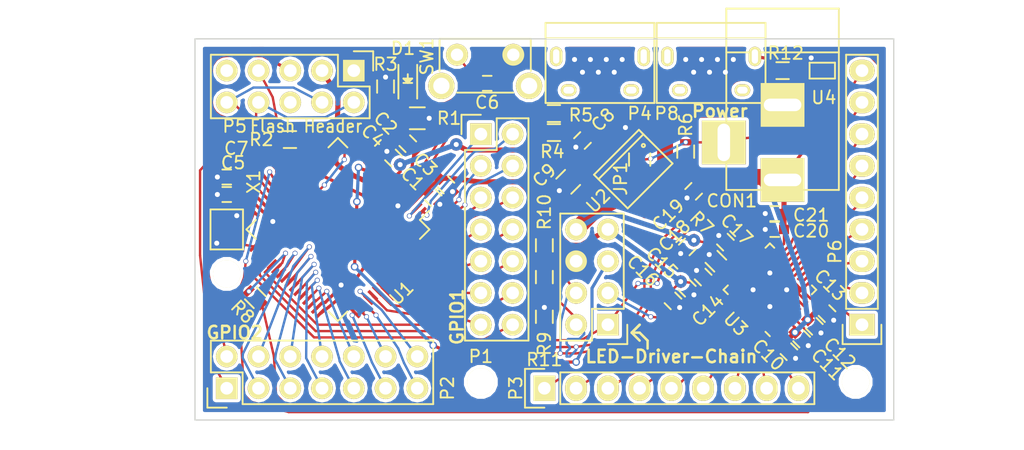
<source format=kicad_pcb>
(kicad_pcb (version 4) (host pcbnew 4.0.1-stable)
  (title_block (title MCU) (date "17 jul 2013"))
  (layers (0 Front signal) (31 Back signal) (35 F.Paste user) (37 F.SilkS user) (39 F.Mask user) (44 Edge.Cuts user))
  (net 0 "")
  (net 1 +3V3)
  (net 2 GND)
  (net 3 "Net-(P1-Pad4)")
  (net 4 "Net-(U1-Pad10)")
  (net 5 /D-)
  (net 6 /D+)
  (net 7 /SDB)
  (net 8 /INTB)
  (net 9 /SCL)
  (net 10 /SDA)
  (net 11 /Sync)
  (net 12 /C_Filt)
  (net 13 /R_Ext)
  (net 14 /RX0)
  (net 15 /SWD_CLK)
  (net 16 /TX0)
  (net 17 /MCU_RESET)
  (net 18 "Net-(P1-Pad3)")
  (net 19 +5V)
  (net 20 "Net-(U1-Pad9)")
  (net 21 "Net-(U1-Pad11)")
  (net 22 "Net-(U1-Pad13)")
  (net 23 "Net-(U1-Pad14)")
  (net 24 "Net-(U1-Pad15)")
  (net 25 "Net-(U1-Pad16)")
  (net 26 "Net-(U1-Pad17)")
  (net 27 "Net-(U1-Pad18)")
  (net 28 "Net-(U1-Pad19)")
  (net 29 "Net-(U1-Pad20)")
  (net 30 /X+)
  (net 31 /X-)
  (net 32 "Net-(C2-Pad1)")
  (net 33 "Net-(D1-Pad1)")
  (net 34 "Net-(P1-Pad5)")
  (net 35 "Net-(P1-Pad7)")
  (net 36 "Net-(P1-Pad9)")
  (net 37 "Net-(P1-Pad11)")
  (net 38 /PTE1)
  (net 39 "Net-(P1-Pad6)")
  (net 40 "Net-(P1-Pad8)")
  (net 41 "Net-(P1-Pad10)")
  (net 42 "Net-(P1-Pad12)")
  (net 43 /PTE0)
  (net 44 /PTB18)
  (net 45 /PTC0)
  (net 46 /PTC2)
  (net 47 "Net-(P2-Pad13)")
  (net 48 /PTB17)
  (net 49 /PTB19)
  (net 50 /PTC1)
  (net 51 /PTC3)
  (net 52 "Net-(P2-Pad12)")
  (net 53 "Net-(P2-Pad14)")
  (net 54 "Net-(P3-Pad1)")
  (net 55 "Net-(P3-Pad2)")
  (net 56 "Net-(P3-Pad3)")
  (net 57 "Net-(P3-Pad4)")
  (net 58 "Net-(P3-Pad5)")
  (net 59 "Net-(P3-Pad6)")
  (net 60 "Net-(P3-Pad7)")
  (net 61 "Net-(P3-Pad8)")
  (net 62 "Net-(P3-Pad9)")
  (net 63 "Net-(P4-Pad2)")
  (net 64 "Net-(P4-Pad3)")
  (net 65 "Net-(P4-Pad4)")
  (net 66 "Net-(P6-Pad1)")
  (net 67 "Net-(P6-Pad2)")
  (net 68 "Net-(P6-Pad3)")
  (net 69 "Net-(P6-Pad4)")
  (net 70 "Net-(P6-Pad5)")
  (net 71 "Net-(P6-Pad6)")
  (net 72 "Net-(P6-Pad7)")
  (net 73 "Net-(P6-Pad8)")
  (net 74 "Net-(P6-Pad9)")
  (net 75 "Net-(R2-Pad2)")
  (net 76 "Net-(P1-Pad13)")
  (net 77 "Net-(P1-Pad14)")
  (net 78 "Net-(P5-Pad6)")
  (net 79 "Net-(P5-Pad9)")
  (net 80 /USB-PWR)
  (net 81 /Barrel-SW)
  (net 82 "Net-(R8-Pad2)")
  (net 83 "Net-(U3-Pad2)")
  (net 84 "Net-(U3-Pad3)")
  (net 85 "Net-(U3-Pad6)")
  (net 86 "Net-(U3-Pad10)")
  (net 87 /PTA5)
  (net 88 /PTA13)
  (net 89 /PTA12)
  (net 90 /PTB16)
  (net 91 "Net-(P2-Pad11)")
  (net 92 /LED-Feedback)
  (net 93 "Net-(U2-Pad5)")
  (net 94 "Net-(P8-Pad2)")
  (net 95 "Net-(P8-Pad3)")
  (net 96 "Net-(P8-Pad4)")
  (net 97 "Net-(P8-Pad6)")
  (net 98 /Master)
  (module Fiducials:Fiducial_1mm_Dia_2.54mm_Outer_CopperTop (layer Front) (at 12.7 -14.605)
    (fp_text reference "" hide)
    (fp_text value Fiducial_1mm_Dia_2.54mm_Outer_CopperTop)
    (pad ~ smd circle (at 0 0) (size 1 1) (layers Front F.Mask) (clearance 0.77))
  )
  (module Mounting_Holes:MountingHole_2.2mm_M2_ISO14580 (layer Front) (at -20.32 -11.684)
    (fp_text reference "" hide)
    (fp_text value MountingHole_2.2mm_M2_ISO14580)
    (pad 1 np_thru_hole circle (at 0 0) (size 2.2 2.2) (drill 2.2) (layers *.Cu *.Mask F.SilkS))
  )
  (module Mounting_Holes:MountingHole_2.2mm_M2_ISO14580 (layer Front) (at 0 -3.048)
    (fp_text reference "" hide)
    (fp_text value MountingHole_2.2mm_M2_ISO14580)
    (pad 1 np_thru_hole circle (at 0 0) (size 2.2 2.2) (drill 2.2) (layers *.Cu *.Mask F.SilkS))
  )
  (module Power_Integrations:SO-8 (layer Front) (at 12.192 -20.066 225)
    (fp_text reference U2 (at 3.771708 0.179605 225) (layer F.SilkS))
    (fp_text value AP2401)
    (pad 1 smd oval (at -1.905 2.794 225) (size 0.6096 1.4732) (layers Front F.Paste F.Mask) (net 2 GND))
    (pad 2 smd oval (at -0.635 2.794 225) (size 0.6096 1.4732) (layers Front F.Paste F.Mask) (net 80 /USB-PWR))
    (pad 3 smd oval (at 0.635 2.794 225) (size 0.6096 1.4732) (layers Front F.Paste F.Mask) (net 80 /USB-PWR))
    (pad 4 smd oval (at 1.905 2.794 225) (size 0.6096 1.4732) (layers Front F.Paste F.Mask) (net 81 /Barrel-SW))
    (pad 5 smd oval (at 1.905 -2.794 225) (size 0.6096 1.4732) (layers Front F.Paste F.Mask) (net 93 "Net-(U2-Pad5)"))
    (pad 6 smd oval (at 0.635 -2.794 225) (size 0.6096 1.4732) (layers Front F.Paste F.Mask) (net 19 +5V))
    (pad 7 smd oval (at -0.635 -2.794 225) (size 0.6096 1.4732) (layers Front F.Paste F.Mask) (net 19 +5V))
    (pad 8 smd oval (at -1.905 -2.794 225) (size 0.6096 1.4732) (layers Front F.Paste F.Mask) (net 19 +5V))
  )
  (module Capacitors_SMD:C_0603 (layer Front) (at 15.367 -9.525 315)
    (fp_text reference C16 (at -3.412497 0 315) (layer F.SilkS))
    (fp_text value 0.1uF)
    (pad 1 smd rect (at -0.75 0 315) (size 0.8 0.75) (layers Front F.Paste F.Mask) (net 1 +3V3))
    (pad 2 smd rect (at 0.75 0 315) (size 0.8 0.75) (layers Front F.Paste F.Mask) (net 2 GND))
  )
  (module Pin_Headers:Pin_Header_Straight_2x04 (layer Front) (at 10.16 -7.62 180)
    (fp_text reference P7 (at 0 -5.1 180) (layer F.SilkS))
    (fp_text value CONN_02X04)
    (pad 1 thru_hole rect (at 0 0 180) (size 1.7272 1.7272) (drill 1.016) (layers *.Cu *.Mask F.SilkS) (net 7 /SDB))
    (pad 2 thru_hole oval (at 2.54 0 180) (size 1.7272 1.7272) (drill 1.016) (layers *.Cu *.Mask F.SilkS) (net 10 /SDA))
    (pad 3 thru_hole oval (at 0 2.54 180) (size 1.7272 1.7272) (drill 1.016) (layers *.Cu *.Mask F.SilkS) (net 11 /Sync))
    (pad 4 thru_hole oval (at 2.54 2.54 180) (size 1.7272 1.7272) (drill 1.016) (layers *.Cu *.Mask F.SilkS) (net 9 /SCL))
    (pad 5 thru_hole oval (at 0 5.08 180) (size 1.7272 1.7272) (drill 1.016) (layers *.Cu *.Mask F.SilkS) (net 92 /LED-Feedback))
    (pad 6 thru_hole oval (at 2.54 5.08 180) (size 1.7272 1.7272) (drill 1.016) (layers *.Cu *.Mask F.SilkS) (net 2 GND))
    (pad 7 thru_hole oval (at 0 7.62 180) (size 1.7272 1.7272) (drill 1.016) (layers *.Cu *.Mask F.SilkS) (net 1 +3V3))
    (pad 8 thru_hole oval (at 2.54 7.62 180) (size 1.7272 1.7272) (drill 1.016) (layers *.Cu *.Mask F.SilkS) (net 19 +5V))
  )
  (module Housings_QFP:LQFP-64_10x10mm_Pitch0.5mm (layer Front) (at -11.43 -15.24 225)
    (fp_text reference U1 (at 0 -7.2 225) (layer F.SilkS))
    (fp_text value MK20DX256VLH7)
    (pad 1 smd rect (at -5.7 -3.75 225) (size 1 0.25) (layers Front F.Paste F.Mask) (net 43 /PTE0))
    (pad 2 smd rect (at -5.7 -3.25 225) (size 1 0.25) (layers Front F.Paste F.Mask) (net 38 /PTE1))
    (pad 3 smd rect (at -5.7 -2.75 225) (size 1 0.25) (layers Front F.Paste F.Mask) (net 1 +3V3))
    (pad 4 smd rect (at -5.7 -2.25 225) (size 1 0.25) (layers Front F.Paste F.Mask) (net 2 GND))
    (pad 5 smd rect (at -5.7 -1.75 225) (size 1 0.25) (layers Front F.Paste F.Mask) (net 6 /D+))
    (pad 6 smd rect (at -5.7 -1.25 225) (size 1 0.25) (layers Front F.Paste F.Mask) (net 5 /D-))
    (pad 7 smd rect (at -5.7 -0.75 225) (size 1 0.25) (layers Front F.Paste F.Mask) (net 1 +3V3))
    (pad 8 smd rect (at -5.7 -0.25 225) (size 1 0.25) (layers Front F.Paste F.Mask) (net 19 +5V))
    (pad 9 smd rect (at -5.7 0.25 225) (size 1 0.25) (layers Front F.Paste F.Mask) (net 20 "Net-(U1-Pad9)"))
    (pad 10 smd rect (at -5.7 0.75 225) (size 1 0.25) (layers Front F.Paste F.Mask) (net 4 "Net-(U1-Pad10)"))
    (pad 11 smd rect (at -5.7 1.25 225) (size 1 0.25) (layers Front F.Paste F.Mask) (net 21 "Net-(U1-Pad11)"))
    (pad 12 smd rect (at -5.7 1.75 225) (size 1 0.25) (layers Front F.Paste F.Mask) (net 92 /LED-Feedback))
    (pad 13 smd rect (at -5.7 2.25 225) (size 1 0.25) (layers Front F.Paste F.Mask) (net 22 "Net-(U1-Pad13)"))
    (pad 14 smd rect (at -5.7 2.75 225) (size 1 0.25) (layers Front F.Paste F.Mask) (net 23 "Net-(U1-Pad14)"))
    (pad 15 smd rect (at -5.7 3.25 225) (size 1 0.25) (layers Front F.Paste F.Mask) (net 24 "Net-(U1-Pad15)"))
    (pad 16 smd rect (at -5.7 3.75 225) (size 1 0.25) (layers Front F.Paste F.Mask) (net 25 "Net-(U1-Pad16)"))
    (pad 17 smd rect (at -3.75 5.7 315) (size 1 0.25) (layers Front F.Paste F.Mask) (net 26 "Net-(U1-Pad17)"))
    (pad 18 smd rect (at -3.25 5.7 315) (size 1 0.25) (layers Front F.Paste F.Mask) (net 27 "Net-(U1-Pad18)"))
    (pad 19 smd rect (at -2.75 5.7 315) (size 1 0.25) (layers Front F.Paste F.Mask) (net 28 "Net-(U1-Pad19)"))
    (pad 20 smd rect (at -2.25 5.7 315) (size 1 0.25) (layers Front F.Paste F.Mask) (net 29 "Net-(U1-Pad20)"))
    (pad 21 smd rect (at -1.75 5.7 315) (size 1 0.25) (layers Front F.Paste F.Mask) (net 1 +3V3))
    (pad 22 smd rect (at -1.25 5.7 315) (size 1 0.25) (layers Front F.Paste F.Mask) (net 75 "Net-(R2-Pad2)"))
    (pad 23 smd rect (at -0.75 5.7 315) (size 1 0.25) (layers Front F.Paste F.Mask) (net 14 /RX0))
    (pad 24 smd rect (at -0.25 5.7 315) (size 1 0.25) (layers Front F.Paste F.Mask) (net 16 /TX0))
    (pad 25 smd rect (at 0.25 5.7 315) (size 1 0.25) (layers Front F.Paste F.Mask) (net 98 /Master))
    (pad 26 smd rect (at 0.75 5.7 315) (size 1 0.25) (layers Front F.Paste F.Mask) (net 81 /Barrel-SW))
    (pad 27 smd rect (at 1.25 5.7 315) (size 1 0.25) (layers Front F.Paste F.Mask) (net 87 /PTA5))
    (pad 28 smd rect (at 1.75 5.7 315) (size 1 0.25) (layers Front F.Paste F.Mask) (net 89 /PTA12))
    (pad 29 smd rect (at 2.25 5.7 315) (size 1 0.25) (layers Front F.Paste F.Mask) (net 88 /PTA13))
    (pad 30 smd rect (at 2.75 5.7 315) (size 1 0.25) (layers Front F.Paste F.Mask) (net 1 +3V3))
    (pad 31 smd rect (at 3.25 5.7 315) (size 1 0.25) (layers Front F.Paste F.Mask) (net 2 GND))
    (pad 32 smd rect (at 3.75 5.7 315) (size 1 0.25) (layers Front F.Paste F.Mask) (net 30 /X+))
    (pad 33 smd rect (at 5.7 3.75 225) (size 1 0.25) (layers Front F.Paste F.Mask) (net 31 /X-))
    (pad 34 smd rect (at 5.7 3.25 225) (size 1 0.25) (layers Front F.Paste F.Mask) (net 17 /MCU_RESET))
    (pad 35 smd rect (at 5.7 2.75 225) (size 1 0.25) (layers Front F.Paste F.Mask) (net 9 /SCL))
    (pad 36 smd rect (at 5.7 2.25 225) (size 1 0.25) (layers Front F.Paste F.Mask) (net 10 /SDA))
    (pad 37 smd rect (at 5.7 1.75 225) (size 1 0.25) (layers Front F.Paste F.Mask) (net 7 /SDB))
    (pad 38 smd rect (at 5.7 1.25 225) (size 1 0.25) (layers Front F.Paste F.Mask) (net 8 /INTB))
    (pad 39 smd rect (at 5.7 0.75 225) (size 1 0.25) (layers Front F.Paste F.Mask) (net 90 /PTB16))
    (pad 40 smd rect (at 5.7 0.25 225) (size 1 0.25) (layers Front F.Paste F.Mask) (net 48 /PTB17))
    (pad 41 smd rect (at 5.7 -0.25 225) (size 1 0.25) (layers Front F.Paste F.Mask) (net 44 /PTB18))
    (pad 42 smd rect (at 5.7 -0.75 225) (size 1 0.25) (layers Front F.Paste F.Mask) (net 49 /PTB19))
    (pad 43 smd rect (at 5.7 -1.25 225) (size 1 0.25) (layers Front F.Paste F.Mask) (net 45 /PTC0))
    (pad 44 smd rect (at 5.7 -1.75 225) (size 1 0.25) (layers Front F.Paste F.Mask) (net 50 /PTC1))
    (pad 45 smd rect (at 5.7 -2.25 225) (size 1 0.25) (layers Front F.Paste F.Mask) (net 46 /PTC2))
    (pad 46 smd rect (at 5.7 -2.75 225) (size 1 0.25) (layers Front F.Paste F.Mask) (net 51 /PTC3))
    (pad 47 smd rect (at 5.7 -3.25 225) (size 1 0.25) (layers Front F.Paste F.Mask) (net 2 GND))
    (pad 48 smd rect (at 5.7 -3.75 225) (size 1 0.25) (layers Front F.Paste F.Mask) (net 1 +3V3))
    (pad 49 smd rect (at 3.75 -5.7 315) (size 1 0.25) (layers Front F.Paste F.Mask) (net 91 "Net-(P2-Pad11)"))
    (pad 50 smd rect (at 3.25 -5.7 315) (size 1 0.25) (layers Front F.Paste F.Mask) (net 52 "Net-(P2-Pad12)"))
    (pad 51 smd rect (at 2.75 -5.7 315) (size 1 0.25) (layers Front F.Paste F.Mask) (net 47 "Net-(P2-Pad13)"))
    (pad 52 smd rect (at 2.25 -5.7 315) (size 1 0.25) (layers Front F.Paste F.Mask) (net 53 "Net-(P2-Pad14)"))
    (pad 53 smd rect (at 1.75 -5.7 315) (size 1 0.25) (layers Front F.Paste F.Mask) (net 77 "Net-(P1-Pad14)"))
    (pad 54 smd rect (at 1.25 -5.7 315) (size 1 0.25) (layers Front F.Paste F.Mask) (net 76 "Net-(P1-Pad13)"))
    (pad 55 smd rect (at 0.75 -5.7 315) (size 1 0.25) (layers Front F.Paste F.Mask) (net 42 "Net-(P1-Pad12)"))
    (pad 56 smd rect (at 0.25 -5.7 315) (size 1 0.25) (layers Front F.Paste F.Mask) (net 37 "Net-(P1-Pad11)"))
    (pad 57 smd rect (at -0.25 -5.7 315) (size 1 0.25) (layers Front F.Paste F.Mask) (net 41 "Net-(P1-Pad10)"))
    (pad 58 smd rect (at -0.75 -5.7 315) (size 1 0.25) (layers Front F.Paste F.Mask) (net 36 "Net-(P1-Pad9)"))
    (pad 59 smd rect (at -1.25 -5.7 315) (size 1 0.25) (layers Front F.Paste F.Mask) (net 40 "Net-(P1-Pad8)"))
    (pad 60 smd rect (at -1.75 -5.7 315) (size 1 0.25) (layers Front F.Paste F.Mask) (net 35 "Net-(P1-Pad7)"))
    (pad 61 smd rect (at -2.25 -5.7 315) (size 1 0.25) (layers Front F.Paste F.Mask) (net 18 "Net-(P1-Pad3)"))
    (pad 62 smd rect (at -2.75 -5.7 315) (size 1 0.25) (layers Front F.Paste F.Mask) (net 3 "Net-(P1-Pad4)"))
    (pad 63 smd rect (at -3.25 -5.7 315) (size 1 0.25) (layers Front F.Paste F.Mask) (net 34 "Net-(P1-Pad5)"))
    (pad 64 smd rect (at -3.75 -5.7 315) (size 1 0.25) (layers Front F.Paste F.Mask) (net 39 "Net-(P1-Pad6)"))
  )
  (module Capacitors_SMD:C_0805 (layer Front) (at 6.985 -19.05 45)
    (fp_text reference C9 (at -0.987828 -1.706249 45) (layer F.SilkS))
    (fp_text value 100uF)
    (pad 1 smd rect (at -1 0 45) (size 1 1.25) (layers Front F.Paste F.Mask) (net 2 GND))
    (pad 2 smd rect (at 1 0 45) (size 1 1.25) (layers Front F.Paste F.Mask) (net 19 +5V))
  )
  (module Connect:BARREL_JACK (layer Front) (at 24.13 -25.4 270)
    (fp_text reference CON1 (at 7.874 4.064 360) (layer F.SilkS))
    (fp_text value BARREL_JACK)
    (pad 1 thru_hole rect (at 6.20014 0 270) (size 3.50012 3.50012) (drill oval 1.00076 2.99974) (layers *.Cu *.Mask F.SilkS) (net 19 +5V))
    (pad 2 thru_hole rect (at 0.20066 0 270) (size 3.50012 3.50012) (drill oval 1.00076 2.99974) (layers *.Cu *.Mask F.SilkS) (net 2 GND))
    (pad 3 thru_hole rect (at 3.2004 4.699 270) (size 3.50012 3.50012) (drill oval 2.99974 1.00076) (layers *.Cu *.Mask F.SilkS) (net 81 /Barrel-SW))
  )
  (module LEDs:LED_0805 (layer Front) (at -5.842 -27.305 90)
    (fp_text reference D1 (at 2.413 -0.381 180) (layer F.SilkS))
    (fp_text value LED)
    (pad 2 smd rect (at 1.04902 0 270) (size 1.19888 1.19888) (layers Front F.Paste F.Mask) (net 87 /PTA5))
    (pad 1 smd rect (at -1.04902 0 270) (size 1.19888 1.19888) (layers Front F.Paste F.Mask) (net 33 "Net-(D1-Pad1)"))
  )
  (module Pin_Headers:Pin_Header_Straight_2x07 (layer Front) (at 0 -22.86)
    (fp_text reference P1 (at 0 17.78) (layer F.SilkS))
    (fp_text value CONN_01X14)
    (pad 1 thru_hole rect (at 0 0) (size 1.7272 1.7272) (drill 1.016) (layers *.Cu *.Mask F.SilkS) (net 38 /PTE1))
    (pad 2 thru_hole oval (at 2.54 0) (size 1.7272 1.7272) (drill 1.016) (layers *.Cu *.Mask F.SilkS) (net 43 /PTE0))
    (pad 3 thru_hole oval (at 0 2.54) (size 1.7272 1.7272) (drill 1.016) (layers *.Cu *.Mask F.SilkS) (net 18 "Net-(P1-Pad3)"))
    (pad 4 thru_hole oval (at 2.54 2.54) (size 1.7272 1.7272) (drill 1.016) (layers *.Cu *.Mask F.SilkS) (net 3 "Net-(P1-Pad4)"))
    (pad 5 thru_hole oval (at 0 5.08) (size 1.7272 1.7272) (drill 1.016) (layers *.Cu *.Mask F.SilkS) (net 34 "Net-(P1-Pad5)"))
    (pad 6 thru_hole oval (at 2.54 5.08) (size 1.7272 1.7272) (drill 1.016) (layers *.Cu *.Mask F.SilkS) (net 39 "Net-(P1-Pad6)"))
    (pad 7 thru_hole oval (at 0 7.62) (size 1.7272 1.7272) (drill 1.016) (layers *.Cu *.Mask F.SilkS) (net 35 "Net-(P1-Pad7)"))
    (pad 8 thru_hole oval (at 2.54 7.62) (size 1.7272 1.7272) (drill 1.016) (layers *.Cu *.Mask F.SilkS) (net 40 "Net-(P1-Pad8)"))
    (pad 9 thru_hole oval (at 0 10.16) (size 1.7272 1.7272) (drill 1.016) (layers *.Cu *.Mask F.SilkS) (net 36 "Net-(P1-Pad9)"))
    (pad 10 thru_hole oval (at 2.54 10.16) (size 1.7272 1.7272) (drill 1.016) (layers *.Cu *.Mask F.SilkS) (net 41 "Net-(P1-Pad10)"))
    (pad 11 thru_hole oval (at 0 12.7) (size 1.7272 1.7272) (drill 1.016) (layers *.Cu *.Mask F.SilkS) (net 37 "Net-(P1-Pad11)"))
    (pad 12 thru_hole oval (at 2.54 12.7) (size 1.7272 1.7272) (drill 1.016) (layers *.Cu *.Mask F.SilkS) (net 42 "Net-(P1-Pad12)"))
    (pad 13 thru_hole oval (at 0 15.24) (size 1.7272 1.7272) (drill 1.016) (layers *.Cu *.Mask F.SilkS) (net 76 "Net-(P1-Pad13)"))
    (pad 14 thru_hole oval (at 2.54 15.24) (size 1.7272 1.7272) (drill 1.016) (layers *.Cu *.Mask F.SilkS) (net 77 "Net-(P1-Pad14)"))
  )
  (module Pin_Headers:Pin_Header_Straight_2x07 (layer Front) (at -20.32 -2.54 90)
    (fp_text reference P2 (at 0 17.653 90) (layer F.SilkS))
    (fp_text value CONN_01X14)
    (pad 1 thru_hole rect (at 0 0 90) (size 1.7272 1.7272) (drill 1.016) (layers *.Cu *.Mask F.SilkS) (net 89 /PTA12))
    (pad 2 thru_hole oval (at 2.54 0 90) (size 1.7272 1.7272) (drill 1.016) (layers *.Cu *.Mask F.SilkS) (net 88 /PTA13))
    (pad 3 thru_hole oval (at 0 2.54 90) (size 1.7272 1.7272) (drill 1.016) (layers *.Cu *.Mask F.SilkS) (net 90 /PTB16))
    (pad 4 thru_hole oval (at 2.54 2.54 90) (size 1.7272 1.7272) (drill 1.016) (layers *.Cu *.Mask F.SilkS) (net 48 /PTB17))
    (pad 5 thru_hole oval (at 0 5.08 90) (size 1.7272 1.7272) (drill 1.016) (layers *.Cu *.Mask F.SilkS) (net 44 /PTB18))
    (pad 6 thru_hole oval (at 2.54 5.08 90) (size 1.7272 1.7272) (drill 1.016) (layers *.Cu *.Mask F.SilkS) (net 49 /PTB19))
    (pad 7 thru_hole oval (at 0 7.62 90) (size 1.7272 1.7272) (drill 1.016) (layers *.Cu *.Mask F.SilkS) (net 45 /PTC0))
    (pad 8 thru_hole oval (at 2.54 7.62 90) (size 1.7272 1.7272) (drill 1.016) (layers *.Cu *.Mask F.SilkS) (net 50 /PTC1))
    (pad 9 thru_hole oval (at 0 10.16 90) (size 1.7272 1.7272) (drill 1.016) (layers *.Cu *.Mask F.SilkS) (net 46 /PTC2))
    (pad 10 thru_hole oval (at 2.54 10.16 90) (size 1.7272 1.7272) (drill 1.016) (layers *.Cu *.Mask F.SilkS) (net 51 /PTC3))
    (pad 11 thru_hole oval (at 0 12.7 90) (size 1.7272 1.7272) (drill 1.016) (layers *.Cu *.Mask F.SilkS) (net 91 "Net-(P2-Pad11)"))
    (pad 12 thru_hole oval (at 2.54 12.7 90) (size 1.7272 1.7272) (drill 1.016) (layers *.Cu *.Mask F.SilkS) (net 52 "Net-(P2-Pad12)"))
    (pad 13 thru_hole oval (at 0 15.24 90) (size 1.7272 1.7272) (drill 1.016) (layers *.Cu *.Mask F.SilkS) (net 47 "Net-(P2-Pad13)"))
    (pad 14 thru_hole oval (at 2.54 15.24 90) (size 1.7272 1.7272) (drill 1.016) (layers *.Cu *.Mask F.SilkS) (net 53 "Net-(P2-Pad14)"))
  )
  (module Pin_Headers:Pin_Header_Straight_1x09 (layer Front) (at 5.08 -2.54 90)
    (fp_text reference P3 (at 0 -2.286 90) (layer F.SilkS))
    (fp_text value CONN_01X09)
    (pad 1 thru_hole rect (at 0 0 90) (size 2.032 1.7272) (drill 1.016) (layers *.Cu *.Mask F.SilkS) (net 54 "Net-(P3-Pad1)"))
    (pad 2 thru_hole oval (at 0 2.54 90) (size 2.032 1.7272) (drill 1.016) (layers *.Cu *.Mask F.SilkS) (net 55 "Net-(P3-Pad2)"))
    (pad 3 thru_hole oval (at 0 5.08 90) (size 2.032 1.7272) (drill 1.016) (layers *.Cu *.Mask F.SilkS) (net 56 "Net-(P3-Pad3)"))
    (pad 4 thru_hole oval (at 0 7.62 90) (size 2.032 1.7272) (drill 1.016) (layers *.Cu *.Mask F.SilkS) (net 57 "Net-(P3-Pad4)"))
    (pad 5 thru_hole oval (at 0 10.16 90) (size 2.032 1.7272) (drill 1.016) (layers *.Cu *.Mask F.SilkS) (net 58 "Net-(P3-Pad5)"))
    (pad 6 thru_hole oval (at 0 12.7 90) (size 2.032 1.7272) (drill 1.016) (layers *.Cu *.Mask F.SilkS) (net 59 "Net-(P3-Pad6)"))
    (pad 7 thru_hole oval (at 0 15.24 90) (size 2.032 1.7272) (drill 1.016) (layers *.Cu *.Mask F.SilkS) (net 60 "Net-(P3-Pad7)"))
    (pad 8 thru_hole oval (at 0 17.78 90) (size 2.032 1.7272) (drill 1.016) (layers *.Cu *.Mask F.SilkS) (net 61 "Net-(P3-Pad8)"))
    (pad 9 thru_hole oval (at 0 20.32 90) (size 2.032 1.7272) (drill 1.016) (layers *.Cu *.Mask F.SilkS) (net 62 "Net-(P3-Pad9)"))
  )
  (module Connect:USB_Micro-B (layer Front) (at 9.525 -27.94 180)
    (fp_text reference P4 (at -3.175 -3.429 180) (layer F.SilkS))
    (fp_text value USB_OTG)
    (pad 1 smd rect (at -1.3009 -1.56254 270) (size 1.35 0.4) (layers Front F.Paste F.Mask) (net 80 /USB-PWR))
    (pad 2 smd rect (at -0.6509 -1.56254 270) (size 1.35 0.4) (layers Front F.Paste F.Mask) (net 63 "Net-(P4-Pad2)"))
    (pad 3 smd rect (at -0.0009 -1.56254 270) (size 1.35 0.4) (layers Front F.Paste F.Mask) (net 64 "Net-(P4-Pad3)"))
    (pad 4 smd rect (at 0.6491 -1.56254 270) (size 1.35 0.4) (layers Front F.Paste F.Mask) (net 65 "Net-(P4-Pad4)"))
    (pad 5 smd rect (at 1.2991 -1.56254 270) (size 1.35 0.4) (layers Front F.Paste F.Mask) (net 2 GND))
    (pad NC thru_hole oval (at -2.5009 -1.56254 270) (size 0.95 1.25) (drill oval 0.55 0.85) (layers *.Cu *.Mask F.SilkS))
    (pad NC thru_hole oval (at 2.4991 -1.56254 270) (size 0.95 1.25) (drill oval 0.55 0.85) (layers *.Cu *.Mask F.SilkS))
    (pad NC thru_hole oval (at -3.5009 1.13746 270) (size 1.55 1) (drill oval 1.15 0.5) (layers *.Cu *.Mask F.SilkS))
    (pad NC thru_hole oval (at 3.4991 1.13746 270) (size 1.55 1) (drill oval 1.15 0.5) (layers *.Cu *.Mask F.SilkS))
  )
  (module Pin_Headers:Pin_Header_Straight_2x05 (layer Front) (at -10.16 -27.94 270)
    (fp_text reference P5 (at 4.445 9.525 360) (layer F.SilkS))
    (fp_text value CONN_02X05)
    (pad 1 thru_hole rect (at 0 0 270) (size 1.7272 1.7272) (drill 1.016) (layers *.Cu *.Mask F.SilkS) (net 2 GND))
    (pad 2 thru_hole oval (at 2.54 0 270) (size 1.7272 1.7272) (drill 1.016) (layers *.Cu *.Mask F.SilkS) (net 14 /RX0))
    (pad 3 thru_hole oval (at 0 2.54 270) (size 1.7272 1.7272) (drill 1.016) (layers *.Cu *.Mask F.SilkS) (net 19 +5V))
    (pad 4 thru_hole oval (at 2.54 2.54 270) (size 1.7272 1.7272) (drill 1.016) (layers *.Cu *.Mask F.SilkS) (net 16 /TX0))
    (pad 5 thru_hole oval (at 0 5.08 270) (size 1.7272 1.7272) (drill 1.016) (layers *.Cu *.Mask F.SilkS) (net 98 /Master))
    (pad 6 thru_hole oval (at 2.54 5.08 270) (size 1.7272 1.7272) (drill 1.016) (layers *.Cu *.Mask F.SilkS) (net 78 "Net-(P5-Pad6)"))
    (pad 7 thru_hole oval (at 0 7.62 270) (size 1.7272 1.7272) (drill 1.016) (layers *.Cu *.Mask F.SilkS) (net 15 /SWD_CLK))
    (pad 8 thru_hole oval (at 2.54 7.62 270) (size 1.7272 1.7272) (drill 1.016) (layers *.Cu *.Mask F.SilkS) (net 14 /RX0))
    (pad 9 thru_hole oval (at 0 10.16 270) (size 1.7272 1.7272) (drill 1.016) (layers *.Cu *.Mask F.SilkS) (net 79 "Net-(P5-Pad9)"))
    (pad 10 thru_hole oval (at 2.54 10.16 270) (size 1.7272 1.7272) (drill 1.016) (layers *.Cu *.Mask F.SilkS) (net 16 /TX0))
  )
  (module Pin_Headers:Pin_Header_Straight_1x09 (layer Front) (at 30.48 -7.62 180)
    (fp_text reference P6 (at 2.159 5.842 270) (layer F.SilkS))
    (fp_text value CONN_01X09)
    (pad 1 thru_hole rect (at 0 0 180) (size 2.032 1.7272) (drill 1.016) (layers *.Cu *.Mask F.SilkS) (net 66 "Net-(P6-Pad1)"))
    (pad 2 thru_hole oval (at 0 2.54 180) (size 2.032 1.7272) (drill 1.016) (layers *.Cu *.Mask F.SilkS) (net 67 "Net-(P6-Pad2)"))
    (pad 3 thru_hole oval (at 0 5.08 180) (size 2.032 1.7272) (drill 1.016) (layers *.Cu *.Mask F.SilkS) (net 68 "Net-(P6-Pad3)"))
    (pad 4 thru_hole oval (at 0 7.62 180) (size 2.032 1.7272) (drill 1.016) (layers *.Cu *.Mask F.SilkS) (net 69 "Net-(P6-Pad4)"))
    (pad 5 thru_hole oval (at 0 10.16 180) (size 2.032 1.7272) (drill 1.016) (layers *.Cu *.Mask F.SilkS) (net 70 "Net-(P6-Pad5)"))
    (pad 6 thru_hole oval (at 0 12.7 180) (size 2.032 1.7272) (drill 1.016) (layers *.Cu *.Mask F.SilkS) (net 71 "Net-(P6-Pad6)"))
    (pad 7 thru_hole oval (at 0 15.24 180) (size 2.032 1.7272) (drill 1.016) (layers *.Cu *.Mask F.SilkS) (net 72 "Net-(P6-Pad7)"))
    (pad 8 thru_hole oval (at 0 17.78 180) (size 2.032 1.7272) (drill 1.016) (layers *.Cu *.Mask F.SilkS) (net 73 "Net-(P6-Pad8)"))
    (pad 9 thru_hole oval (at 0 20.32 180) (size 2.032 1.7272) (drill 1.016) (layers *.Cu *.Mask F.SilkS) (net 74 "Net-(P6-Pad9)"))
  )
  (module Resistors_SMD:R_0805 (layer Front) (at -5.08 -24.13)
    (fp_text reference R1 (at 2.54 0) (layer F.SilkS))
    (fp_text value 5M)
    (pad 1 smd rect (at -0.95 0) (size 0.7 1.3) (layers Front F.Paste F.Mask) (net 32 "Net-(C2-Pad1)"))
    (pad 2 smd rect (at 0.95 0) (size 0.7 1.3) (layers Front F.Paste F.Mask) (net 2 GND))
  )
  (module Buttons_Switches_ThroughHole:SW_Tactile_SPST_Angled (layer Front) (at -1.905 -29.21)
    (fp_text reference SW1 (at -2.413 0.127 270) (layer F.SilkS))
    (fp_text value Reset)
    (pad "" thru_hole circle (at 5.76 2.49) (size 2.1 2.1) (drill 1.3) (layers *.Cu *.Mask F.SilkS))
    (pad 2 thru_hole circle (at 4.5 0) (size 1.75 1.75) (drill 0.99) (layers *.Cu *.Mask F.SilkS) (net 2 GND))
    (pad 1 thru_hole circle (at 0 0) (size 1.75 1.75) (drill 0.99) (layers *.Cu *.Mask F.SilkS) (net 17 /MCU_RESET))
    (pad "" thru_hole circle (at -1.25 2.49) (size 2.1 2.1) (drill 1.3) (layers *.Cu *.Mask F.SilkS))
  )
  (module Housings_DFN_QFN:UQFN-40-1EP_5x5mm_Pitch0.4mm (layer Front) (at 23.114 -10.414 135)
    (fp_text reference U3 (at 0 -3.875 135) (layer F.SilkS))
    (fp_text value IS31FL3732)
    (pad 1 smd rect (at -2.5 -1.8 135) (size 0.75 0.2) (layers Front F.Paste F.Mask) (net 19 +5V))
    (pad 2 smd rect (at -2.5 -1.4 135) (size 0.75 0.2) (layers Front F.Paste F.Mask) (net 83 "Net-(U3-Pad2)"))
    (pad 3 smd rect (at -2.5 -1 135) (size 0.75 0.2) (layers Front F.Paste F.Mask) (net 84 "Net-(U3-Pad3)"))
    (pad 4 smd rect (at -2.5 -0.6 135) (size 0.75 0.2) (layers Front F.Paste F.Mask) (net 19 +5V))
    (pad 5 smd rect (at -2.5 -0.2 135) (size 0.75 0.2) (layers Front F.Paste F.Mask) (net 82 "Net-(R8-Pad2)"))
    (pad 6 smd rect (at -2.5 0.2 135) (size 0.75 0.2) (layers Front F.Paste F.Mask) (net 85 "Net-(U3-Pad6)"))
    (pad 7 smd rect (at -2.5 0.6 135) (size 0.75 0.2) (layers Front F.Paste F.Mask) (net 2 GND))
    (pad 8 smd rect (at -2.5 1 135) (size 0.75 0.2) (layers Front F.Paste F.Mask) (net 2 GND))
    (pad 9 smd rect (at -2.5 1.4 135) (size 0.75 0.2) (layers Front F.Paste F.Mask) (net 2 GND))
    (pad 10 smd rect (at -2.5 1.8 135) (size 0.75 0.2) (layers Front F.Paste F.Mask) (net 86 "Net-(U3-Pad10)"))
    (pad 11 smd rect (at -1.8 2.5 225) (size 0.75 0.2) (layers Front F.Paste F.Mask) (net 66 "Net-(P6-Pad1)"))
    (pad 12 smd rect (at -1.4 2.5 225) (size 0.75 0.2) (layers Front F.Paste F.Mask) (net 67 "Net-(P6-Pad2)"))
    (pad 13 smd rect (at -1 2.5 225) (size 0.75 0.2) (layers Front F.Paste F.Mask) (net 68 "Net-(P6-Pad3)"))
    (pad 14 smd rect (at -0.6 2.5 225) (size 0.75 0.2) (layers Front F.Paste F.Mask) (net 69 "Net-(P6-Pad4)"))
    (pad 15 smd rect (at -0.2 2.5 225) (size 0.75 0.2) (layers Front F.Paste F.Mask) (net 70 "Net-(P6-Pad5)"))
    (pad 16 smd rect (at 0.2 2.5 225) (size 0.75 0.2) (layers Front F.Paste F.Mask) (net 71 "Net-(P6-Pad6)"))
    (pad 17 smd rect (at 0.6 2.5 225) (size 0.75 0.2) (layers Front F.Paste F.Mask) (net 72 "Net-(P6-Pad7)"))
    (pad 18 smd rect (at 1 2.5 225) (size 0.75 0.2) (layers Front F.Paste F.Mask) (net 73 "Net-(P6-Pad8)"))
    (pad 19 smd rect (at 1.4 2.5 225) (size 0.75 0.2) (layers Front F.Paste F.Mask) (net 74 "Net-(P6-Pad9)"))
    (pad 20 smd rect (at 1.8 2.5 225) (size 0.75 0.2) (layers Front F.Paste F.Mask) (net 19 +5V))
    (pad 21 smd rect (at 2.5 1.8 135) (size 0.75 0.2) (layers Front F.Paste F.Mask) (net 10 /SDA))
    (pad 22 smd rect (at 2.5 1.4 135) (size 0.75 0.2) (layers Front F.Paste F.Mask) (net 9 /SCL))
    (pad 23 smd rect (at 2.5 1 135) (size 0.75 0.2) (layers Front F.Paste F.Mask) (net 2 GND))
    (pad 24 smd rect (at 2.5 0.6 135) (size 0.75 0.2) (layers Front F.Paste F.Mask) (net 2 GND))
    (pad 25 smd rect (at 2.5 0.2 135) (size 0.75 0.2) (layers Front F.Paste F.Mask) (net 7 /SDB))
    (pad 26 smd rect (at 2.5 -0.2 135) (size 0.75 0.2) (layers Front F.Paste F.Mask) (net 19 +5V))
    (pad 27 smd rect (at 2.5 -0.6 135) (size 0.75 0.2) (layers Front F.Paste F.Mask) (net 1 +3V3))
    (pad 28 smd rect (at 2.5 -1 135) (size 0.75 0.2) (layers Front F.Paste F.Mask) (net 13 /R_Ext))
    (pad 29 smd rect (at 2.5 -1.4 135) (size 0.75 0.2) (layers Front F.Paste F.Mask) (net 12 /C_Filt))
    (pad 30 smd rect (at 2.5 -1.8 135) (size 0.75 0.2) (layers Front F.Paste F.Mask) (net 11 /Sync))
    (pad 31 smd rect (at 1.8 -2.5 225) (size 0.75 0.2) (layers Front F.Paste F.Mask) (net 2 GND))
    (pad 32 smd rect (at 1.4 -2.5 225) (size 0.75 0.2) (layers Front F.Paste F.Mask) (net 54 "Net-(P3-Pad1)"))
    (pad 33 smd rect (at 1 -2.5 225) (size 0.75 0.2) (layers Front F.Paste F.Mask) (net 55 "Net-(P3-Pad2)"))
    (pad 34 smd rect (at 0.6 -2.5 225) (size 0.75 0.2) (layers Front F.Paste F.Mask) (net 56 "Net-(P3-Pad3)"))
    (pad 35 smd rect (at 0.2 -2.5 225) (size 0.75 0.2) (layers Front F.Paste F.Mask) (net 57 "Net-(P3-Pad4)"))
    (pad 36 smd rect (at -0.2 -2.5 225) (size 0.75 0.2) (layers Front F.Paste F.Mask) (net 58 "Net-(P3-Pad5)"))
    (pad 37 smd rect (at -0.6 -2.5 225) (size 0.75 0.2) (layers Front F.Paste F.Mask) (net 59 "Net-(P3-Pad6)"))
    (pad 38 smd rect (at -1 -2.5 225) (size 0.75 0.2) (layers Front F.Paste F.Mask) (net 60 "Net-(P3-Pad7)"))
    (pad 39 smd rect (at -1.4 -2.5 225) (size 0.75 0.2) (layers Front F.Paste F.Mask) (net 61 "Net-(P3-Pad8)"))
    (pad 40 smd rect (at -1.8 -2.5 225) (size 0.75 0.2) (layers Front F.Paste F.Mask) (net 62 "Net-(P3-Pad9)"))
    (pad 41 smd rect (at 0.95 0.95 135) (size 1.9 1.9) (layers Front F.Paste F.Mask) (net 2 GND))
    (pad 41 smd rect (at 0.95 -0.95 135) (size 1.9 1.9) (layers Front F.Paste F.Mask) (net 2 GND))
    (pad 41 smd rect (at -0.95 0.95 135) (size 1.9 1.9) (layers Front F.Paste F.Mask) (net 2 GND))
    (pad 41 smd rect (at -0.95 -0.95 135) (size 1.9 1.9) (layers Front F.Paste F.Mask) (net 2 GND))
  )
  (module Crystals:crystal_FA238-TSX3225 (layer Front) (at -20.32 -15.24 270)
    (fp_text reference X1 (at -3.81 -2.159 270) (layer F.SilkS))
    (fp_text value CRYSTAL_SMD)
    (pad 1 smd rect (at -1.1 0.8 270) (size 1.4 1.2) (layers Front F.Paste F.Mask) (net 30 /X+))
    (pad 3 smd rect (at 1.1 0.8 270) (size 1.4 1.2) (layers Front F.Paste F.Mask) (net 2 GND))
    (pad 3 smd rect (at -1.1 -0.8 270) (size 1.4 1.2) (layers Front F.Paste F.Mask) (net 2 GND))
    (pad 2 smd rect (at 1.1 -0.8 270) (size 1.4 1.2) (layers Front F.Paste F.Mask) (net 31 /X-))
  )
  (module Capacitors_SMD:C_0603 (layer Front) (at -3.81 -17.78 315)
    (fp_text reference C1 (at -2.245064 0.089803 315) (layer F.SilkS))
    (fp_text value 0.1uF)
    (pad 1 smd rect (at -0.75 0 315) (size 0.8 0.75) (layers Front F.Paste F.Mask) (net 1 +3V3))
    (pad 2 smd rect (at 0.75 0 315) (size 0.8 0.75) (layers Front F.Paste F.Mask) (net 2 GND))
  )
  (module Capacitors_SMD:C_0603 (layer Front) (at -5.842 -22.098 315)
    (fp_text reference C2 (at -2.424669 0.089803 315) (layer F.SilkS))
    (fp_text value 2.2uF)
    (pad 1 smd rect (at -0.75 0 315) (size 0.8 0.75) (layers Front F.Paste F.Mask) (net 32 "Net-(C2-Pad1)"))
    (pad 2 smd rect (at 0.75 0 315) (size 0.8 0.75) (layers Front F.Paste F.Mask) (net 1 +3V3))
  )
  (module Capacitors_SMD:C_0603 (layer Front) (at -2.794 -18.796 315)
    (fp_text reference C3 (at -2.334867 0 495) (layer F.SilkS))
    (fp_text value 2.2uF)
    (pad 1 smd rect (at -0.75 0 315) (size 0.8 0.75) (layers Front F.Paste F.Mask) (net 1 +3V3))
    (pad 2 smd rect (at 0.75 0 315) (size 0.8 0.75) (layers Front F.Paste F.Mask) (net 2 GND))
  )
  (module Capacitors_SMD:C_0603 (layer Front) (at -6.985 -20.955 315)
    (fp_text reference C4 (at -2.424669 -0.089803 315) (layer F.SilkS))
    (fp_text value 2.2uF)
    (pad 1 smd rect (at -0.75 0 315) (size 0.8 0.75) (layers Front F.Paste F.Mask) (net 2 GND))
    (pad 2 smd rect (at 0.75 0 315) (size 0.8 0.75) (layers Front F.Paste F.Mask) (net 19 +5V))
  )
  (module Capacitors_SMD:C_0603 (layer Front) (at -20.32 -18.034 180)
    (fp_text reference C5 (at -0.508 2.54 180) (layer F.SilkS))
    (fp_text value 0.1uF)
    (pad 1 smd rect (at -0.75 0 180) (size 0.8 0.75) (layers Front F.Paste F.Mask) (net 1 +3V3))
    (pad 2 smd rect (at 0.75 0 180) (size 0.8 0.75) (layers Front F.Paste F.Mask) (net 2 GND))
  )
  (module Capacitors_SMD:C_0603 (layer Front) (at 0.508 -26.924)
    (fp_text reference C6 (at 0 1.524) (layer F.SilkS))
    (fp_text value 100n)
    (pad 1 smd rect (at -0.75 0) (size 0.8 0.75) (layers Front F.Paste F.Mask) (net 17 /MCU_RESET))
    (pad 2 smd rect (at 0.75 0) (size 0.8 0.75) (layers Front F.Paste F.Mask) (net 2 GND))
  )
  (module Capacitors_SMD:C_0603 (layer Front) (at -20.32 -19.431 180)
    (fp_text reference C7 (at -0.762 2.286 180) (layer F.SilkS))
    (fp_text value 0.1uF)
    (pad 1 smd rect (at -0.75 0 180) (size 0.8 0.75) (layers Front F.Paste F.Mask) (net 1 +3V3))
    (pad 2 smd rect (at 0.75 0 180) (size 0.8 0.75) (layers Front F.Paste F.Mask) (net 2 GND))
  )
  (module Capacitors_SMD:C_0603 (layer Front) (at 8.128 -22.352 225)
    (fp_text reference C8 (at -2.334867 0 225) (layer F.SilkS))
    (fp_text value 0.1uF)
    (pad 1 smd rect (at -0.75 0 225) (size 0.8 0.75) (layers Front F.Paste F.Mask) (net 80 /USB-PWR))
    (pad 2 smd rect (at 0.75 0 225) (size 0.8 0.75) (layers Front F.Paste F.Mask) (net 2 GND))
  )
  (module Capacitors_SMD:C_0603 (layer Front) (at 24.638 -5.461 315)
    (fp_text reference C10 (at -0.987828 1.347038 315) (layer F.SilkS))
    (fp_text value 1uF)
    (pad 1 smd rect (at -0.75 0 315) (size 0.8 0.75) (layers Front F.Paste F.Mask) (net 19 +5V))
    (pad 2 smd rect (at 0.75 0 315) (size 0.8 0.75) (layers Front F.Paste F.Mask) (net 2 GND))
  )
  (module Capacitors_SMD:C_0603 (layer Front) (at 25.654 -6.477 315)
    (fp_text reference C11 (at 2.873682 0 315) (layer F.SilkS))
    (fp_text value 0.1uF)
    (pad 1 smd rect (at -0.75 0 315) (size 0.8 0.75) (layers Front F.Paste F.Mask) (net 19 +5V))
    (pad 2 smd rect (at 0.75 0 315) (size 0.8 0.75) (layers Front F.Paste F.Mask) (net 2 GND))
  )
  (module Capacitors_SMD:C_0603 (layer Front) (at 26.67 -7.493 315)
    (fp_text reference C12 (at 2.963485 0.089803 315) (layer F.SilkS))
    (fp_text value 1uF)
    (pad 1 smd rect (at -0.75 0 315) (size 0.8 0.75) (layers Front F.Paste F.Mask) (net 19 +5V))
    (pad 2 smd rect (at 0.75 0 315) (size 0.8 0.75) (layers Front F.Paste F.Mask) (net 2 GND))
  )
  (module Capacitors_SMD:C_0603 (layer Front) (at 27.686 -8.509 315)
    (fp_text reference C13 (at -1.436841 -1.796051 315) (layer F.SilkS))
    (fp_text value 0.1uF)
    (pad 1 smd rect (at -0.75 0 315) (size 0.8 0.75) (layers Front F.Paste F.Mask) (net 19 +5V))
    (pad 2 smd rect (at 0.75 0 315) (size 0.8 0.75) (layers Front F.Paste F.Mask) (net 2 GND))
  )
  (module Capacitors_SMD:C_0603 (layer Front) (at 17.78 -11.43 135)
    (fp_text reference C14 (at -2.155261 -1.616446 225) (layer F.SilkS))
    (fp_text value 0.1uF)
    (pad 1 smd rect (at -0.75 0 135) (size 0.8 0.75) (layers Front F.Paste F.Mask) (net 12 /C_Filt))
    (pad 2 smd rect (at 0.75 0 135) (size 0.8 0.75) (layers Front F.Paste F.Mask) (net 2 GND))
  )
  (module Capacitors_SMD:C_0603 (layer Front) (at 16.51 -10.541 315)
    (fp_text reference C15 (at -2.873682 0 315) (layer F.SilkS))
    (fp_text value 1uF)
    (pad 1 smd rect (at -0.75 0 315) (size 0.8 0.75) (layers Front F.Paste F.Mask) (net 1 +3V3))
    (pad 2 smd rect (at 0.75 0 315) (size 0.8 0.75) (layers Front F.Paste F.Mask) (net 2 GND))
  )
  (module Capacitors_SMD:C_0603 (layer Front) (at 19.558 -14.224 135)
    (fp_text reference C17 (at 0.089803 1.347038 135) (layer F.SilkS))
    (fp_text value 1uF)
    (pad 1 smd rect (at -0.75 0 135) (size 0.8 0.75) (layers Front F.Paste F.Mask) (net 19 +5V))
    (pad 2 smd rect (at 0.75 0 135) (size 0.8 0.75) (layers Front F.Paste F.Mask) (net 2 GND))
  )
  (module Capacitors_SMD:C_0603 (layer Front) (at 16.51 -13.843 225)
    (fp_text reference C18 (at 0.089803 1.347038 225) (layer F.SilkS))
    (fp_text value 0.1uF)
    (pad 1 smd rect (at -0.75 0 225) (size 0.8 0.75) (layers Front F.Paste F.Mask) (net 19 +5V))
    (pad 2 smd rect (at 0.75 0 225) (size 0.8 0.75) (layers Front F.Paste F.Mask) (net 2 GND))
  )
  (module Capacitors_SMD:C_0603 (layer Front) (at 17.018 -18.288 225)
    (fp_text reference C19 (at 2.783879 0.089803 225) (layer F.SilkS))
    (fp_text value 0.1uF)
    (pad 1 smd rect (at -0.75 0 225) (size 0.8 0.75) (layers Front F.Paste F.Mask) (net 19 +5V))
    (pad 2 smd rect (at 0.75 0 225) (size 0.8 0.75) (layers Front F.Paste F.Mask) (net 2 GND))
  )
  (module Capacitors_SMD:C_0603 (layer Front) (at 23.495 -15.24 180)
    (fp_text reference C20 (at -2.921 -0.127 180) (layer F.SilkS))
    (fp_text value 1uF)
    (pad 1 smd rect (at -0.75 0 180) (size 0.8 0.75) (layers Front F.Paste F.Mask) (net 19 +5V))
    (pad 2 smd rect (at 0.75 0 180) (size 0.8 0.75) (layers Front F.Paste F.Mask) (net 2 GND))
  )
  (module Capacitors_SMD:C_0603 (layer Front) (at 23.495 -16.51 180)
    (fp_text reference C21 (at -2.921 -0.127 180) (layer F.SilkS))
    (fp_text value 0.1uF)
    (pad 1 smd rect (at -0.75 0 180) (size 0.8 0.75) (layers Front F.Paste F.Mask) (net 19 +5V))
    (pad 2 smd rect (at 0.75 0 180) (size 0.8 0.75) (layers Front F.Paste F.Mask) (net 2 GND))
  )
  (module Resistors_SMD:R_0603 (layer Front) (at -15.2654 -22.4282)
    (fp_text reference R2 (at -2.286 0) (layer F.SilkS))
    (fp_text value 100)
    (pad 1 smd rect (at -0.75 0) (size 0.5 0.9) (layers Front F.Paste F.Mask) (net 15 /SWD_CLK))
    (pad 2 smd rect (at 0.75 0) (size 0.5 0.9) (layers Front F.Paste F.Mask) (net 75 "Net-(R2-Pad2)"))
  )
  (module Resistors_SMD:R_0603 (layer Front) (at -7.62 -26.67 90)
    (fp_text reference R3 (at 1.778 0 180) (layer F.SilkS))
    (fp_text value 1k)
    (pad 1 smd rect (at -0.75 0 90) (size 0.5 0.9) (layers Front F.Paste F.Mask) (net 33 "Net-(D1-Pad1)"))
    (pad 2 smd rect (at 0.75 0 90) (size 0.5 0.9) (layers Front F.Paste F.Mask) (net 2 GND))
  )
  (module Resistors_SMD:R_0603 (layer Front) (at 5.842 -22.987 180)
    (fp_text reference R4 (at 0.127 -1.524 180) (layer F.SilkS))
    (fp_text value 33)
    (pad 1 smd rect (at -0.75 0 180) (size 0.5 0.9) (layers Front F.Paste F.Mask) (net 63 "Net-(P4-Pad2)"))
    (pad 2 smd rect (at 0.75 0 180) (size 0.5 0.9) (layers Front F.Paste F.Mask) (net 5 /D-))
  )
  (module Resistors_SMD:R_0603 (layer Front) (at 5.842 -24.511 180)
    (fp_text reference R5 (at -2.159 -0.127 180) (layer F.SilkS))
    (fp_text value 33)
    (pad 1 smd rect (at -0.75 0 180) (size 0.5 0.9) (layers Front F.Paste F.Mask) (net 64 "Net-(P4-Pad3)"))
    (pad 2 smd rect (at 0.75 0 180) (size 0.5 0.9) (layers Front F.Paste F.Mask) (net 6 /D+))
  )
  (module Resistors_SMD:R_0603 (layer Front) (at 18.796 -12.7 315)
    (fp_text reference R7 (at -2.963485 -1.347038 315) (layer F.SilkS))
    (fp_text value 20k)
    (pad 1 smd rect (at -0.75 0 315) (size 0.5 0.9) (layers Front F.Paste F.Mask) (net 2 GND))
    (pad 2 smd rect (at 0.75 0 315) (size 0.5 0.9) (layers Front F.Paste F.Mask) (net 13 /R_Ext))
  )
  (module Resistors_SMD:R_0603 (layer Front) (at -18.034 -9.779 315)
    (fp_text reference R8 (at 0.089803 1.526644 315) (layer F.SilkS))
    (fp_text value 100k)
    (pad 1 smd rect (at -0.75 0 315) (size 0.5 0.9) (layers Front F.Paste F.Mask) (net 8 /INTB))
    (pad 2 smd rect (at 0.75 0 315) (size 0.5 0.9) (layers Front F.Paste F.Mask) (net 82 "Net-(R8-Pad2)"))
  )
  (module Resistors_SMD:R_0603 (layer Front) (at 5.08 -8.255 270)
    (fp_text reference R9 (at 2.159 0 270) (layer F.SilkS))
    (fp_text value 100k)
    (pad 1 smd rect (at -0.75 0 270) (size 0.5 0.9) (layers Front F.Paste F.Mask) (net 2 GND))
    (pad 2 smd rect (at 0.75 0 270) (size 0.5 0.9) (layers Front F.Paste F.Mask) (net 7 /SDB))
  )
  (module Resistors_SMD:R_0603 (layer Front) (at 5.08 -13.97 90)
    (fp_text reference R10 (at 2.667 0 90) (layer F.SilkS))
    (fp_text value 1k)
    (pad 1 smd rect (at -0.75 0 90) (size 0.5 0.9) (layers Front F.Paste F.Mask) (net 9 /SCL))
    (pad 2 smd rect (at 0.75 0 90) (size 0.5 0.9) (layers Front F.Paste F.Mask) (net 1 +3V3))
  )
  (module Resistors_SMD:R_0603 (layer Front) (at 5.08 -11.43 90)
    (fp_text reference R11 (at -6.604 0 180) (layer F.SilkS))
    (fp_text value 1k)
    (pad 1 smd rect (at -0.75 0 90) (size 0.5 0.9) (layers Front F.Paste F.Mask) (net 10 /SDA))
    (pad 2 smd rect (at 0.75 0 90) (size 0.5 0.9) (layers Front F.Paste F.Mask) (net 1 +3V3))
  )
  (module Capacitors_SMD:C_0805 (layer Front) (at 12.7 -20.828 270)
    (fp_text reference JP1 (at 1.524 1.524 270) (layer F.SilkS))
    (fp_text value Jumper_NO_Small)
    (pad 1 smd rect (at -1 0 270) (size 1 1.25) (layers Front F.Paste F.Mask) (net 80 /USB-PWR))
    (pad 2 smd rect (at 1 0 270) (size 1 1.25) (layers Front F.Paste F.Mask) (net 19 +5V))
  )
  (module Connect:USB_Micro-B (layer Front) (at 18.415 -27.94 180)
    (fp_text reference P8 (at 3.556 -3.429 180) (layer F.SilkS))
    (fp_text value USB_OTG)
    (pad 1 smd rect (at -1.3009 -1.56254 270) (size 1.35 0.4) (layers Front F.Paste F.Mask) (net 19 +5V))
    (pad 2 smd rect (at -0.6509 -1.56254 270) (size 1.35 0.4) (layers Front F.Paste F.Mask) (net 94 "Net-(P8-Pad2)"))
    (pad 3 smd rect (at -0.0009 -1.56254 270) (size 1.35 0.4) (layers Front F.Paste F.Mask) (net 95 "Net-(P8-Pad3)"))
    (pad 4 smd rect (at 0.6491 -1.56254 270) (size 1.35 0.4) (layers Front F.Paste F.Mask) (net 96 "Net-(P8-Pad4)"))
    (pad 5 smd rect (at 1.2991 -1.56254 270) (size 1.35 0.4) (layers Front F.Paste F.Mask) (net 2 GND))
    (pad NC thru_hole oval (at -2.5009 -1.56254 270) (size 0.95 1.25) (drill oval 0.55 0.85) (layers *.Cu *.Mask F.SilkS))
    (pad NC thru_hole oval (at 2.4991 -1.56254 270) (size 0.95 1.25) (drill oval 0.55 0.85) (layers *.Cu *.Mask F.SilkS))
    (pad 6 thru_hole oval (at -3.5009 1.13746 270) (size 1.55 1) (drill oval 1.15 0.5) (layers *.Cu *.Mask F.SilkS) (net 97 "Net-(P8-Pad6)"))
    (pad NC thru_hole oval (at 3.4991 1.13746 270) (size 1.55 1) (drill oval 1.15 0.5) (layers *.Cu *.Mask F.SilkS))
  )
  (module Resistors_SMD:R_0603 (layer Front) (at 16.383 -21.463 90)
    (fp_text reference R6 (at 2.159 0 90) (layer F.SilkS))
    (fp_text value 5k)
    (pad 1 smd rect (at -0.75 0 90) (size 0.5 0.9) (layers Front F.Paste F.Mask) (net 19 +5V))
    (pad 2 smd rect (at 0.75 0 90) (size 0.5 0.9) (layers Front F.Paste F.Mask) (net 81 /Barrel-SW))
  )
  (module Resistors_SMD:R_0603 (layer Front) (at 24.13 -27.94)
    (fp_text reference R12 (at 0.254 -1.397) (layer F.SilkS))
    (fp_text value 5k)
    (pad 1 smd rect (at -0.75 0) (size 0.5 0.9) (layers Front F.Paste F.Mask) (net 19 +5V))
    (pad 2 smd rect (at 0.75 0) (size 0.5 0.9) (layers Front F.Paste F.Mask) (net 97 "Net-(P8-Pad6)"))
  )
  (module TO_SOT_Packages_SMD:SOT-353 (layer Front) (at 27.305 -27.94 270)
    (fp_text reference U4 (at 2.159 -0.127 360) (layer F.SilkS))
    (fp_text value 74AHC1G14)
    (pad 1 smd rect (at -1.016 -0.635 270) (size 0.508 0.3048) (layers Front F.Paste F.Mask))
    (pad 3 smd rect (at -1.016 0.635 270) (size 0.508 0.3048) (layers Front F.Paste F.Mask) (net 2 GND))
    (pad 5 smd rect (at 1.016 -0.635 270) (size 0.508 0.3048) (layers Front F.Paste F.Mask) (net 19 +5V))
    (pad 2 smd rect (at -1.016 0 270) (size 0.508 0.3048) (layers Front F.Paste F.Mask) (net 97 "Net-(P8-Pad6)"))
    (pad 4 smd rect (at 1.016 0.635 270) (size 0.508 0.3048) (layers Front F.Paste F.Mask) (net 81 /Barrel-SW))
  )
  (module Mounting_Holes:MountingHole_2.2mm_M2_ISO14580 (layer Front) (at 29.972 -3.048)
    (fp_text reference "" hide)
    (fp_text value MountingHole_2.2mm_M2_ISO14580)
    (pad 1 np_thru_hole circle (at 0 0) (size 2.2 2.2) (drill 2.2) (layers *.Cu *.Mask F.SilkS))
  )
  (module Fiducials:Fiducial_1mm_Dia_2.54mm_Outer_CopperTop (layer Front) (at -21.59 -22.225)
    (fp_text reference "" hide)
    (fp_text value Fiducial_1mm_Dia_2.54mm_Outer_CopperTop)
    (pad ~ smd circle (at 0 0) (size 1 1) (layers Front F.Mask) (clearance 0.77))
  )
  (gr_text Power (at 19.1135 -24.7015) (layer F.SilkS) (effects (font (size 1 1) (thickness 0.2))))
  (gr_text GPIO1 (at -1.905 -8.255 90) (layer F.SilkS) (effects (font (size 1 1) (thickness 0.2))))
  (gr_text GPIO2 (at -19.685 -6.985) (layer F.SilkS) (effects (font (size 1 1) (thickness 0.2))))
  (gr_line (start 12.065 -6.985) (end 12.7 -6.35) (angle 90) (layer F.SilkS) (width 0.2))
  (gr_line (start 12.7 -7.62) (end 12.065 -6.985) (angle 90) (layer F.SilkS) (width 0.2))
  (gr_line (start 12.065 -6.985) (end 12.7 -7.62) (angle 90) (layer F.SilkS) (width 0.2))
  (gr_line (start 12.7 -6.985) (end 12.065 -6.985) (angle 90) (layer F.SilkS) (width 0.2))
  (gr_line (start 13.335 -6.35) (end 12.7 -6.985) (angle 90) (layer F.SilkS) (width 0.2))
  (gr_line (start 13.335 -5.715) (end 13.335 -6.35) (angle 90) (layer F.SilkS) (width 0.2))
  (gr_text LED-Driver-Chain (at 15.24 -5.08) (layer F.SilkS) (effects (font (size 1 1) (thickness 0.2))))
  (gr_text "Flash Header" (at -13.97 -23.495) (layer F.SilkS) (effects (font (size 1 0.9))))
  (gr_line (start 33.02 0) (end -22.86 0) (angle 90) (layer Edge.Cuts) (width 0.0991))
  (gr_line (start 33.02 -30.48) (end 33.02 0) (angle 90) (layer Edge.Cuts) (width 0.0991))
  (gr_line (start -22.86 -30.48) (end 33.02 -30.48) (angle 90) (layer Edge.Cuts) (width 0.0991))
  (gr_line (start -22.86 0) (end -22.86 -30.48) (angle 90) (layer Edge.Cuts) (width 0.0991))
  (via (at 15.97967 -11.07133) (size 1) (drill 0.4) (layers Front Back) (net 1))
  (segment (start 10.16 -15.24) (end 15.97967 -11.07133) (width 0.4064) (layer Back) (net 1))
  (segment (start 17.272 -10.922) (end 19.514736 -13.164736) (width 0.19) (layer Front) (net 1))
  (segment (start 15.97967 -11.07133) (end 17.272 -10.922) (width 0.19) (layer Front) (net 1))
  (segment (start 19.514736 -13.164736) (end 20.921969 -11.757503) (width 0.19) (layer Front) (net 1))
  (segment (start 15.97967 -11.07133) (end 14.96367 -10.05533) (width 0.19) (layer Front) (net 1))
  (segment (start -19.57 -18.034) (end -19.57 -19.431) (width 0.254) (layer Front) (net 1))
  (segment (start -7.438041 -17.011287) (end -6.672385 -16.25108) (width 0.254) (layer Front) (net 1))
  (segment (start 5.08 -14.72) (end 6.33698 -14.72) (width 0.19) (layer Front) (net 1))
  (segment (start 6.35 -14.70698) (end 6.35 -14.701875) (width 0.19) (layer Front) (net 1))
  (segment (start 6.33698 -14.72) (end 6.35 -14.70698) (width 0.19) (layer Front) (net 1))
  (segment (start 5.08 -12.18) (end 4.838 -12.18) (width 0.19) (layer Front) (net 1))
  (segment (start 4.322823 -13.715977) (end 5.08 -14.72) (width 0.19) (layer Front) (net 1))
  (segment (start 4.318 -12.7) (end 4.322823 -13.715977) (width 0.19) (layer Front) (net 1))
  (segment (start 4.838 -12.18) (end 4.318 -12.7) (width 0.19) (layer Front) (net 1))
  (segment (start 8.001 -13.97) (end 7.112 -13.97) (width 0.406) (layer Front) (net 1))
  (segment (start 7.112 -13.97) (end 6.468722 -14.5366) (width 0.406) (layer Front) (net 1))
  (segment (start 6.468722 -14.5366) (end 6.35 -14.701875) (width 0.406) (layer Front) (net 1))
  (segment (start 10.16 -15.24) (end 8.001 -13.97) (width 0.406) (layer Front) (net 1))
  (segment (start 6.35 -14.701875) (end 3.578114 -18.560665) (width 0.406) (layer Front) (net 1))
  (segment (start 3.578114 -18.560665) (end 3.048 -19.05) (width 0.406) (layer Front) (net 1))
  (segment (start 3.048 -19.05) (end -0.1905 -19.05) (width 0.406) (layer Front) (net 1))
  (segment (start -6.672385 -16.25108) (end -6.015724 -16.809293) (width 0.254) (layer Front) (net 1))
  (segment (start -6.015724 -16.809293) (end -5.454948 -17.325965) (width 0.254) (layer Front) (net 1))
  (segment (start -10.668 -10.287) (end -6.550323 -16.269408) (width 0.254) (layer Front) (net 1))
  (segment (start -12.192 -9.010899) (end -10.668 -10.287) (width 0.254) (layer Front) (net 1))
  (segment (start -12.778159 -8.557841) (end -12.192 -9.010899) (width 0.254) (layer Front) (net 1))
  (segment (start -12.808858 -8.557841) (end -12.778159 -8.557841) (width 0.254) (layer Front) (net 1))
  (segment (start -5.31167 -21.56767) (end -5.524429 -20.07869) (width 0.254) (layer Front) (net 1))
  (segment (start -5.524429 -20.07869) (end -6.869161 -18.740179) (width 0.254) (layer Front) (net 1))
  (segment (start -4.34033 -18.31033) (end -4.470583 -18.31033) (width 0.254) (layer Front) (net 1))
  (segment (start -4.470583 -18.31033) (end -5.454948 -17.325965) (width 0.254) (layer Front) (net 1))
  (segment (start -3.32433 -19.32633) (end -4.34033 -18.31033) (width 0.254) (layer Front) (net 1))
  (segment (start -17.405052 -17.325965) (end -17.405052 -17.303452) (width 0.254) (layer Front) (net 1))
  (segment (start -17.405052 -17.303452) (end -16.9164 -16.8148) (width 0.254) (layer Front) (net 1))
  (segment (start -16.9164 -16.8148) (end -16.7132 -16.8148) (width 0.254) (layer Front) (net 1))
  (segment (start -6.869161 -18.740179) (end -6.869161 -18.721339) (width 0.254) (layer Front) (net 1))
  (segment (start -6.869161 -18.721339) (end -7.366 -18.257337) (width 0.254) (layer Front) (net 1))
  (segment (start -18.113087 -18.034) (end -17.405052 -17.325965) (width 0.254) (layer Front) (net 1))
  (segment (start -19.57 -18.034) (end -18.113087 -18.034) (width 0.254) (layer Front) (net 1))
  (segment (start -2.3495 -19.32633) (end -3.32433 -19.32633) (width 0.406) (layer Front) (net 1))
  (segment (start -0.1905 -19.05) (end -2.3495 -19.32633) (width 0.406) (layer Front) (net 1))
  (segment (start -16.7132 -16.8148) (end -13.560668 -19.967332) (width 0.254) (layer Front) (net 1))
  (segment (start -14.223072 -20.507946) (end -14.221446 -20.507946) (width 0.254) (layer Front) (net 1))
  (segment (start -14.221446 -20.507946) (end -13.716 -20.0152) (width 0.254) (layer Front) (net 1))
  (segment (start -13.716 -20.0152) (end -13.560668 -19.967332) (width 0.254) (layer Front) (net 1))
  (segment (start -13.560668 -19.967332) (end -7.438041 -17.011287) (width 0.254) (layer Front) (net 1))
  (segment (start -7.438041 -17.011287) (end -7.42017 -17.00578) (width 0.254) (layer Front) (net 1))
  (segment (start -7.366 -18.257337) (end -7.42017 -17.00578) (width 0.254) (layer Front) (net 1))
  (segment (start -7.42017 -17.00578) (end -7.42017 -17.01848) (width 0.254) (layer Front) (net 1))
  (segment (start 26.67 -28.956) (end 26.416 -28.956) (width 0.254) (layer Front) (net 2))
  (via (at 26.416 -28.956) (size 0.6) (drill 0.4) (layers Front Back) (net 2))
  (segment (start 17.1159 -26.37746) (end 17.1159 -27.7151) (width 0.19) (layer Front) (net 2))
  (segment (start 17.1159 -27.7151) (end 17.018 -27.813) (width 0.19) (layer Front) (net 2))
  (via (at 17.018 -27.813) (size 1) (drill 0.4) (layers Front Back) (net 2))
  (segment (start 17.018 -27.813) (end 18.288 -27.813) (width 0.254) (layer Back) (net 2))
  (via (at 18.288 -27.813) (size 1) (drill 0.4) (layers Front Back) (net 2))
  (segment (start 18.288 -27.813) (end 19.558 -27.813) (width 0.254) (layer Front) (net 2))
  (via (at 19.558 -27.813) (size 1) (drill 0.4) (layers Front Back) (net 2))
  (segment (start 19.558 -27.813) (end 20.193 -28.448) (width 0.254) (layer Back) (net 2))
  (segment (start 20.193 -28.448) (end 20.193 -28.829) (width 0.254) (layer Back) (net 2))
  (via (at 20.193 -28.829) (size 1) (drill 0.4) (layers Front Back) (net 2))
  (segment (start 20.193 -28.829) (end 18.923 -28.829) (width 0.254) (layer Front) (net 2))
  (via (at 18.923 -28.829) (size 1) (drill 0.4) (layers Front Back) (net 2))
  (segment (start 18.923 -28.829) (end 17.653 -28.829) (width 0.254) (layer Back) (net 2))
  (via (at 17.653 -28.829) (size 1) (drill 0.4) (layers Front Back) (net 2))
  (segment (start 17.653 -28.829) (end 16.383 -28.829) (width 0.254) (layer Front) (net 2))
  (via (at 16.383 -28.829) (size 1) (drill 0.4) (layers Front Back) (net 2))
  (via (at 7.493 -28.829) (size 1) (drill 0.4) (layers Front Back) (net 2))
  (segment (start 8.763 -28.829) (end 7.493 -28.829) (width 0.254) (layer Front) (net 2))
  (via (at 8.763 -28.829) (size 1) (drill 0.4) (layers Front Back) (net 2))
  (segment (start 10.033 -28.829) (end 8.763 -28.829) (width 0.254) (layer Back) (net 2))
  (via (at 10.033 -28.829) (size 1) (drill 0.4) (layers Front Back) (net 2))
  (segment (start 11.303 -28.829) (end 10.033 -28.829) (width 0.254) (layer Front) (net 2))
  (via (at 11.303 -28.829) (size 1) (drill 0.4) (layers Front Back) (net 2))
  (segment (start 11.303 -28.448) (end 11.303 -28.829) (width 0.254) (layer Back) (net 2))
  (segment (start 10.668 -27.813) (end 11.303 -28.448) (width 0.254) (layer Back) (net 2))
  (via (at 10.668 -27.813) (size 1) (drill 0.4) (layers Front Back) (net 2))
  (segment (start 9.398 -27.813) (end 10.668 -27.813) (width 0.254) (layer Front) (net 2))
  (via (at 9.398 -27.813) (size 1) (drill 0.4) (layers Front Back) (net 2))
  (segment (start 8.128 -27.813) (end 9.398 -27.813) (width 0.254) (layer Back) (net 2))
  (via (at 8.128 -27.813) (size 1) (drill 0.4) (layers Front Back) (net 2))
  (segment (start 8.2259 -27.7151) (end 8.128 -27.813) (width 0.19) (layer Front) (net 2))
  (segment (start 8.2259 -26.37746) (end 8.2259 -27.7151) (width 0.19) (layer Front) (net 2))
  (via (at -7.62 -27.42) (size 0.6) (drill 0.4) (layers Front Back) (net 2))
  (segment (start -7.493 -27.559) (end -7.493 -27.547) (width 0.19) (layer Back) (net 2))
  (segment (start -7.493 -27.547) (end -7.62 -27.42) (width 0.19) (layer Back) (net 2))
  (segment (start 1.258 -26.924) (end 1.258 -26.924) (width 0.19) (layer Front) (net 2))
  (segment (start 1.258 -26.924) (end 2.595 -29.21) (width 0.19) (layer Front) (net 2))
  (via (at 11.563382 -23.388695) (size 1) (drill 0.4) (layers Front Back) (net 2))
  (via (at -6.631587 -17.127302) (size 0.6) (drill 0.4) (layers Front Back) (net 2))
  (segment (start -6.6675 -17.0815) (end -6.6675 -17.091389) (width 0.254) (layer Back) (net 2))
  (segment (start -6.6675 -17.091389) (end -6.631587 -17.127302) (width 0.254) (layer Back) (net 2))
  (segment (start -5.808501 -17.679518) (end -5.808501 -17.673785) (width 0.254) (layer Front) (net 2))
  (segment (start -5.808501 -17.673785) (end -6.354984 -17.127302) (width 0.254) (layer Front) (net 2))
  (segment (start -6.354984 -17.127302) (end -6.631587 -17.127302) (width 0.254) (layer Front) (net 2))
  (segment (start -6.631587 -17.127302) (end -6.639512 -17.119377) (width 0.254) (layer Front) (net 2))
  (segment (start -17.758606 -16.972412) (end -17.734412 -16.972412) (width 0.254) (layer Front) (net 2))
  (segment (start -17.734412 -16.972412) (end -16.637 -15.875) (width 0.254) (layer Front) (net 2))
  (via (at -16.637 -15.875) (size 1) (drill 0.4) (layers Front Back) (net 2))
  (via (at -2.26367 -18.26567) (size 0.6) (drill 0.4) (layers Front Back) (net 2))
  (segment (start -2.26367 -18.26567) (end -2.286 -18.288) (width 0.19) (layer Back) (net 2))
  (via (at 15.97967 -13.31267) (size 0.6) (drill 0.4) (layers Front Back) (net 2))
  (segment (start 16.002 -13.208) (end 16.002 -13.29034) (width 0.19) (layer Back) (net 2))
  (segment (start 16.002 -13.29034) (end 15.97967 -13.31267) (width 0.19) (layer Back) (net 2))
  (via (at 19.02767 -14.75433) (size 0.6) (drill 0.4) (layers Front Back) (net 2))
  (segment (start 19.177 -14.732) (end 19.05 -14.732) (width 0.19) (layer Back) (net 2))
  (segment (start 19.05 -14.732) (end 19.02767 -14.75433) (width 0.19) (layer Back) (net 2))
  (via (at 15.89733 -8.99467) (size 0.6) (drill 0.4) (layers Front Back) (net 2))
  (via (at 17.04033 -10.01067) (size 0.6) (drill 0.4) (layers Front Back) (net 2))
  (segment (start 17.04033 -10.01067) (end 17.018 -10.033) (width 0.19) (layer Back) (net 2))
  (via (at 18.26567 -13.23033) (size 0.6) (drill 0.4) (layers Front Back) (net 2))
  (segment (start 18.288 -13.335) (end 18.288 -13.25266) (width 0.19) (layer Back) (net 2))
  (segment (start 18.288 -13.25266) (end 18.26567 -13.23033) (width 0.19) (layer Back) (net 2))
  (via (at 17.24967 -11.96033) (size 0.6) (drill 0.4) (layers Front Back) (net 2))
  (segment (start 17.24967 -11.96033) (end 17.145 -12.065) (width 0.19) (layer Back) (net 2))
  (via (at 28.21633 -7.97867) (size 0.6) (drill 0.4) (layers Front Back) (net 2))
  (segment (start 28.194 -7.874) (end 28.194 -7.95634) (width 0.254) (layer Back) (net 2))
  (segment (start 28.194 -7.95634) (end 28.21633 -7.97867) (width 0.254) (layer Back) (net 2))
  (via (at 27.20033 -6.96267) (size 0.6) (drill 0.4) (layers Front Back) (net 2))
  (segment (start 27.051 -6.985) (end 27.178 -6.985) (width 0.254) (layer Back) (net 2))
  (segment (start 27.178 -6.985) (end 27.20033 -6.96267) (width 0.254) (layer Back) (net 2))
  (via (at 26.18433 -5.94667) (size 0.6) (drill 0.4) (layers Front Back) (net 2))
  (segment (start 26.289 -5.969) (end 26.20666 -5.969) (width 0.254) (layer Back) (net 2))
  (segment (start 26.20666 -5.969) (end 26.18433 -5.94667) (width 0.254) (layer Back) (net 2))
  (via (at 25.16833 -4.93067) (size 0.6) (drill 0.4) (layers Front Back) (net 2))
  (segment (start 25.16833 -4.93067) (end 25.146 -4.953) (width 0.254) (layer Back) (net 2))
  (via (at -21.07 -19.431) (size 0.6) (drill 0.4) (layers Front Back) (net 2))
  (segment (start -21.2605 -19.6215) (end -21.07 -19.431) (width 0.254) (layer Back) (net 2))
  (via (at -3.27967 -17.24967) (size 0.6) (drill 0.4) (layers Front Back) (net 2))
  (segment (start -3.27967 -17.24967) (end -3.302 -17.272) (width 0.19) (layer Back) (net 2))
  (via (at 5.08 -9.005) (size 0.6) (drill 0.4) (layers Front Back) (net 2))
  (segment (start 5.08 -9.005) (end 5.08 -8.89) (width 0.19) (layer Back) (net 2))
  (via (at 22.745 -15.24) (size 0.6) (drill 0.4) (layers Front Back) (net 2))
  (segment (start 22.745 -15.24) (end 22.86 -15.24) (width 0.19) (layer Back) (net 2))
  (via (at 22.745 -16.51) (size 0.6) (drill 0.4) (layers Front Back) (net 2))
  (segment (start 22.745 -16.51) (end 22.86 -16.51) (width 0.19) (layer Back) (net 2))
  (via (at 6.277893 -18.342893) (size 1) (drill 0.4) (layers Front Back) (net 2))
  (segment (start 6.35 -18.161) (end 6.35 -18.270786) (width 0.254) (layer Back) (net 2))
  (segment (start 6.35 -18.270786) (end 6.277893 -18.342893) (width 0.254) (layer Back) (net 2))
  (via (at -4.13 -24.13) (size 1) (drill 0.4) (layers Front Back) (net 2))
  (segment (start -4.13 -24.13) (end -4.445 -24.13) (width 0.4064) (layer Back) (net 2))
  (via (at -7.51533 -21.48533) (size 0.6) (drill 0.4) (layers Front Back) (net 2))
  (segment (start -7.51533 -21.48533) (end -7.62 -21.59) (width 0.19) (layer Back) (net 2))
  (via (at 7.59767 -21.82167) (size 0.6) (drill 0.4) (layers Front Back) (net 2))
  (segment (start 7.62 -21.717) (end 7.62 -21.79934) (width 0.19) (layer Back) (net 2))
  (segment (start 7.62 -21.79934) (end 7.59767 -21.82167) (width 0.19) (layer Back) (net 2))
  (segment (start 24.457503 -10.414) (end 24.457503 -9.919025) (width 0.19) (layer Front) (net 2))
  (segment (start 24.457503 -9.919025) (end 25.306031 -9.070497) (width 0.19) (layer Front) (net 2))
  (segment (start 24.457503 -10.414) (end 24.528214 -10.414) (width 0.19) (layer Front) (net 2))
  (segment (start 24.528214 -10.414) (end 25.588874 -9.35334) (width 0.19) (layer Front) (net 2))
  (segment (start 24.457503 -10.414) (end 25.093899 -10.414) (width 0.19) (layer Front) (net 2))
  (segment (start 25.093899 -10.414) (end 25.871716 -9.636183) (width 0.19) (layer Front) (net 2))
  (segment (start 21.770497 -10.414) (end 20.568416 -10.414) (width 0.19) (layer Front) (net 2))
  (segment (start 20.568416 -10.414) (end 20.073441 -9.919025) (width 0.19) (layer Front) (net 2))
  (segment (start 23.114 -11.757503) (end 23.114 -11.828214) (width 0.19) (layer Front) (net 2))
  (segment (start 23.114 -11.828214) (end 22.05334 -12.888874) (width 0.19) (layer Front) (net 2))
  (segment (start 23.114 -11.757503) (end 22.619025 -11.757503) (width 0.19) (layer Front) (net 2))
  (segment (start 22.619025 -11.757503) (end 21.770497 -12.606031) (width 0.19) (layer Front) (net 2))
  (via (at -21.07 -18.034) (size 0.6) (drill 0.4) (layers Front Back) (net 2))
  (segment (start -21.082 -18.161) (end -21.082 -18.046) (width 0.254) (layer Back) (net 2))
  (segment (start -21.082 -18.046) (end -21.07 -18.034) (width 0.254) (layer Back) (net 2))
  (via (at -21.12 -14.14) (size 1) (drill 0.4) (layers Front Back) (net 2))
  (segment (start -20.828 -14.097) (end -21.077 -14.097) (width 0.19) (layer Back) (net 2))
  (segment (start -21.077 -14.097) (end -21.12 -14.14) (width 0.19) (layer Back) (net 2))
  (via (at -19.52 -16.34) (size 1) (drill 0.4) (layers Front Back) (net 2))
  (segment (start -19.558 -16.256) (end -19.558 -16.302) (width 0.19) (layer Back) (net 2))
  (segment (start -19.558 -16.302) (end -19.52 -16.34) (width 0.19) (layer Back) (net 2))
  (via (at 21.770497 -10.414) (size 1) (drill 0.4) (layers Front Back) (net 2))
  (segment (start 21.9075 -10.668) (end 21.9075 -10.551003) (width 0.19) (layer Back) (net 2))
  (segment (start 21.9075 -10.551003) (end 21.770497 -10.414) (width 0.19) (layer Back) (net 2))
  (via (at 23.114 -9.070497) (size 1) (drill 0.4) (layers Front Back) (net 2))
  (via (at 24.457503 -10.414) (size 1) (drill 0.4) (layers Front Back) (net 2))
  (segment (start 24.5745 -10.8585) (end 24.5745 -10.530997) (width 0.19) (layer Back) (net 2))
  (segment (start 24.5745 -10.530997) (end 24.457503 -10.414) (width 0.19) (layer Back) (net 2))
  (via (at 23.114 -11.757503) (size 1) (drill 0.4) (layers Front Back) (net 2))
  (segment (start 23.241 -11.8745) (end 23.230997 -11.8745) (width 0.19) (layer Back) (net 2))
  (segment (start 23.230997 -11.8745) (end 23.114 -11.757503) (width 0.19) (layer Back) (net 2))
  (via (at 16.48767 -17.75767) (size 0.6) (drill 0.4) (layers Front Back) (net 2))
  (segment (start 16.48767 -17.75767) (end 16.51 -17.78) (width 0.4064) (layer Back) (net 2))
  (segment (start -13.162412 -8.911394) (end -13.15904 -8.911394) (width 0.254) (layer Front) (net 2))
  (segment (start -13.15904 -8.911394) (end -12.672434 -9.398) (width 0.254) (layer Front) (net 2))
  (segment (start -12.672434 -9.398) (end -12.446 -9.398) (width 0.254) (layer Front) (net 2))
  (segment (start -12.446 -9.398) (end -11.176 -10.668) (width 0.254) (layer Front) (net 2))
  (segment (start -11.176 -10.668) (end -11.176 -10.795) (width 0.254) (layer Front) (net 2))
  (via (at -11.176 -10.795) (size 0.6) (drill 0.4) (layers Front Back) (net 2))
  (segment (start 0.404417 -19.196009) (end 2.54 -20.32) (width 0.19) (layer Back) (net 3))
  (segment (start -0.670048 -18.767912) (end 0.404417 -19.196009) (width 0.19) (layer Back) (net 3))
  (segment (start -1.069733 -18.255266) (end -0.922807 -18.511874) (width 0.19) (layer Back) (net 3))
  (segment (start -0.922807 -18.511874) (end -0.670048 -18.767912) (width 0.19) (layer Back) (net 3))
  (segment (start -1.2065 -17.8435) (end -1.069733 -18.255266) (width 0.19) (layer Back) (net 3))
  (segment (start -1.27 -17.2085) (end -1.2065 -17.8435) (width 0.19) (layer Back) (net 3))
  (via (at -1.27 -17.2085) (size 0.4) (drill 0.3) (layers Front Back) (net 3))
  (segment (start -3.3655 -15.494) (end -1.27 -17.2085) (width 0.19) (layer Front) (net 3))
  (segment (start -5.23875 -15.08125) (end -3.3655 -15.494) (width 0.19) (layer Front) (net 3))
  (segment (start -6.0325 -14.2875) (end -5.23875 -15.08125) (width 0.19) (layer Front) (net 3))
  (segment (start -6.0325 -13.728202) (end -6.0325 -14.2875) (width 0.19) (layer Front) (net 3))
  (segment (start -5.458333 -13.154035) (end -6.0325 -13.728202) (width 0.19) (layer Front) (net 3))
  (segment (start -5.454948 -13.154035) (end -5.458333 -13.154035) (width 0.19) (layer Front) (net 3))
  (segment (start -6.515608 -18.386625) (end -6.505375 -18.386625) (width 0.19) (layer Front) (net 5))
  (segment (start -6.505375 -18.386625) (end -6.0325 -18.8595) (width 0.19) (layer Front) (net 5))
  (segment (start -6.0325 -18.8595) (end -4.913858 -19.896788) (width 0.19) (layer Front) (net 5))
  (segment (start -4.913858 -19.896788) (end -2.931803 -22.930559) (width 0.19) (layer Front) (net 5))
  (segment (start -2.931803 -22.930559) (end -1.17554 -24.596984) (width 0.19) (layer Front) (net 5))
  (segment (start 5.092 -22.987) (end 5.08 -22.987) (width 0.19) (layer Front) (net 5))
  (segment (start 5.08 -22.987) (end 3.289515 -24.551183) (width 0.19) (layer Front) (net 5))
  (segment (start 3.289515 -24.551183) (end -1.17554 -24.596984) (width 0.19) (layer Front) (net 5))
  (segment (start 3.048 -24.13) (end -1.016 -24.13) (width 0.19) (layer Front) (net 6))
  (segment (start 5.092 -24.511) (end 5.649518 -23.671383) (width 0.19) (layer Front) (net 6))
  (segment (start 5.649518 -23.671383) (end 5.63891 -22.205709) (width 0.19) (layer Front) (net 6))
  (segment (start 5.63891 -22.205709) (end 4.572 -22.225) (width 0.19) (layer Front) (net 6))
  (segment (start 4.572 -22.225) (end 3.048 -24.13) (width 0.19) (layer Front) (net 6))
  (segment (start -1.016 -24.13) (end -2.547995 -22.738153) (width 0.19) (layer Front) (net 6))
  (segment (start -2.547995 -22.738153) (end -4.636223 -19.497898) (width 0.19) (layer Front) (net 6))
  (segment (start -4.636223 -19.497898) (end -6.162054 -18.033072) (width 0.19) (layer Front) (net 6))
  (segment (start 14.097 -10.922) (end 15.161263 -13.77188) (width 0.19) (layer Front) (net 7))
  (segment (start 10.16 -7.62) (end 12.573 -10.922) (width 0.19) (layer Front) (net 7))
  (via (at 12.573 -10.922) (size 0.4) (drill 0.3) (layers Front Back) (net 7))
  (via (at 14.097 -10.922) (size 0.4) (drill 0.3) (layers Front Back) (net 7))
  (segment (start 12.573 -10.922) (end 14.097 -10.922) (width 0.19) (layer Back) (net 7))
  (segment (start 21.082 -12.728842) (end 21.487654 -12.323188) (width 0.19) (layer Front) (net 7))
  (segment (start 21.082 -13.716) (end 21.082 -12.728842) (width 0.19) (layer Front) (net 7))
  (segment (start 19.05 -15.748) (end 21.082 -13.716) (width 0.19) (layer Front) (net 7))
  (segment (start 16.681452 -15.280104) (end 19.05 -15.748) (width 0.19) (layer Front) (net 7))
  (segment (start 15.161263 -13.77188) (end 16.681452 -15.280104) (width 0.19) (layer Front) (net 7))
  (segment (start 5.080105 -6.387235) (end 5.080105 -7.504895) (width 0.19) (layer Front) (net 7))
  (segment (start 5.080105 -7.504895) (end 5.08 -7.505) (width 0.19) (layer Front) (net 7))
  (segment (start -0.509181 -5.966824) (end 5.080105 -6.387235) (width 0.19) (layer Front) (net 7))
  (segment (start 5.080105 -6.387235) (end 8.008419 -6.379008) (width 0.19) (layer Front) (net 7))
  (segment (start 8.008419 -6.379008) (end 10.16 -7.62) (width 0.19) (layer Front) (net 7))
  (segment (start -17.272 -11.811) (end -13.081 -7.62) (width 0.19) (layer Front) (net 7))
  (segment (start -16.697946 -12.446928) (end -16.697946 -12.385054) (width 0.19) (layer Front) (net 7))
  (segment (start -16.697946 -12.385054) (end -17.272 -11.811) (width 0.19) (layer Front) (net 7))
  (segment (start -13.081 -7.62) (end -3.556 -7.62) (width 0.19) (layer Front) (net 7))
  (segment (start -3.556 -7.62) (end -0.509181 -5.966824) (width 0.19) (layer Front) (net 7))
  (via (at -18.544644 -10.289538) (size 0.4) (drill 0.3) (layers Front Back) (net 8))
  (segment (start -18.544644 -10.289538) (end -18.56433 -10.309224) (width 0.19) (layer Front) (net 8))
  (segment (start -18.56433 -10.309224) (end -18.56433 -10.30933) (width 0.19) (layer Front) (net 8))
  (segment (start -16.344392 -12.093375) (end -16.344392 -12.103608) (width 0.19) (layer Front) (net 8))
  (segment (start -16.344392 -12.103608) (end -15.875 -12.573) (width 0.19) (layer Front) (net 8))
  (segment (start -15.621 -13.335) (end -18.544644 -10.289538) (width 0.19) (layer Back) (net 8))
  (via (at -15.621 -13.335) (size 0.4) (drill 0.3) (layers Front Back) (net 8))
  (segment (start -15.875 -12.573) (end -15.621 -13.335) (width 0.19) (layer Front) (net 8))
  (segment (start -16.344392 -12.093375) (end -16.354625 -12.093375) (width 0.19) (layer Front) (net 8))
  (segment (start 16.51 -15.748) (end 19.251899 -16.256) (width 0.19) (layer Front) (net 9))
  (segment (start 13.589 -9.271) (end 13.589 -11.176) (width 0.19) (layer Front) (net 9))
  (segment (start 13.589 -11.176) (end 14.6685 -13.9065) (width 0.19) (layer Front) (net 9))
  (segment (start 14.6685 -13.9065) (end 16.51 -15.748) (width 0.19) (layer Front) (net 9))
  (segment (start 11.670823 -6.080829) (end 13.589 -9.271) (width 0.19) (layer Front) (net 9))
  (segment (start 6.35 -5.334) (end 7.62 -5.323534) (width 0.19) (layer Front) (net 9))
  (segment (start 7.62 -5.323534) (end 11.257085 -5.968023) (width 0.19) (layer Front) (net 9))
  (segment (start 11.257085 -5.968023) (end 11.670823 -6.080829) (width 0.19) (layer Front) (net 9))
  (segment (start 19.251899 -16.256) (end 22.336183 -13.171716) (width 0.19) (layer Front) (net 9))
  (segment (start 5.08 -13.22) (end 5.449 -13.22) (width 0.19) (layer Front) (net 9))
  (segment (start 5.449 -13.22) (end 5.847649 -12.704367) (width 0.19) (layer Front) (net 9))
  (segment (start 5.847649 -12.704367) (end 7.62 -10.16) (width 0.19) (layer Front) (net 9))
  (segment (start 7.62 -10.16) (end 6.985 -10.16) (width 0.19) (layer Back) (net 9))
  (segment (start 6.985 -10.16) (end 6.404638 -7.892521) (width 0.19) (layer Back) (net 9))
  (segment (start 6.404638 -7.892521) (end 6.35 -5.334) (width 0.19) (layer Back) (net 9))
  (via (at 6.35 -5.334) (size 0.4) (drill 0.3) (layers Front Back) (net 9))
  (segment (start -13.335 -6.604) (end -3.683 -6.604) (width 0.19) (layer Front) (net 9))
  (segment (start -3.683 -6.604) (end -0.768601 -5.06748) (width 0.19) (layer Front) (net 9))
  (segment (start -0.768601 -5.06748) (end 6.35 -5.334) (width 0.19) (layer Front) (net 9))
  (segment (start -18.161 -11.43) (end -18.161 -12.319) (width 0.19) (layer Front) (net 9))
  (segment (start -18.161 -12.319) (end -17.405052 -13.074948) (width 0.19) (layer Front) (net 9))
  (segment (start -18.161 -11.43) (end -13.335 -6.604) (width 0.19) (layer Front) (net 9))
  (segment (start -17.405052 -13.154035) (end -17.405052 -13.074948) (width 0.19) (layer Front) (net 9))
  (segment (start -17.405052 -13.154035) (end -17.452965 -13.154035) (width 0.19) (layer Front) (net 9))
  (segment (start 7.62 -5.842) (end 7.62 -5.588) (width 0.19) (layer Back) (net 10))
  (via (at 7.62 -5.842) (size 0.4) (drill 0.3) (layers Front Back) (net 10))
  (segment (start 8.255 -6.985) (end 7.62 -7.62) (width 0.19) (layer Back) (net 10))
  (segment (start 8.255 -6.858) (end 8.255 -6.985) (width 0.19) (layer Back) (net 10))
  (segment (start 7.874 -6.477) (end 8.255 -6.858) (width 0.19) (layer Back) (net 10))
  (segment (start 6.985 -6.477) (end 7.874 -6.477) (width 0.19) (layer Back) (net 10))
  (segment (start 6.858 -6.35) (end 6.985 -6.477) (width 0.19) (layer Back) (net 10))
  (segment (start 6.858 -6.096) (end 6.858 -6.35) (width 0.19) (layer Back) (net 10))
  (segment (start 7.112 -5.842) (end 6.858 -6.096) (width 0.19) (layer Back) (net 10))
  (segment (start 7.112 -5.715) (end 7.112 -5.842) (width 0.19) (layer Back) (net 10))
  (segment (start 6.858 -5.461) (end 7.112 -5.715) (width 0.19) (layer Back) (net 10))
  (segment (start 6.858 -5.08) (end 6.858 -5.461) (width 0.19) (layer Back) (net 10))
  (segment (start 7.112 -5.08) (end 6.858 -5.08) (width 0.19) (layer Back) (net 10))
  (segment (start 7.62 -5.588) (end 7.112 -5.08) (width 0.19) (layer Back) (net 10))
  (segment (start 7.62 -7.493) (end 7.62 -7.62) (width 0.19) (layer Back) (net 10))
  (segment (start 21.591925 -14.479929) (end 21.842071 -14.479929) (width 0.19) (layer Front) (net 10))
  (segment (start 21.971 -14.351) (end 21.971 -14.101492) (width 0.19) (layer Front) (net 10))
  (segment (start 21.842071 -14.479929) (end 21.971 -14.351) (width 0.19) (layer Front) (net 10))
  (segment (start 21.971 -14.101492) (end 21.971 -14.097) (width 0.19) (layer Front) (net 10))
  (segment (start 20.447962 -15.621965) (end 21.081035 -15.621965) (width 0.19) (layer Front) (net 10))
  (segment (start 21.336 -15.367) (end 21.336 -14.735423) (width 0.19) (layer Front) (net 10))
  (segment (start 21.081035 -15.621965) (end 21.336 -15.367) (width 0.19) (layer Front) (net 10))
  (segment (start 19.367607 -16.7005) (end 20.0025 -16.7005) (width 0.19) (layer Front) (net 10))
  (segment (start 20.193 -16.51) (end 20.193 -15.876497) (width 0.19) (layer Front) (net 10))
  (segment (start 20.0025 -16.7005) (end 20.193 -16.51) (width 0.19) (layer Front) (net 10))
  (segment (start 13.081 -9.398) (end 13.081 -11.303) (width 0.19) (layer Front) (net 10))
  (segment (start 13.081 -11.303) (end 14.249448 -14.213784) (width 0.19) (layer Front) (net 10))
  (segment (start 20.193 -15.876497) (end 20.447962 -15.621965) (width 0.19) (layer Front) (net 10))
  (segment (start 21.336 -14.735423) (end 21.591925 -14.479929) (width 0.19) (layer Front) (net 10))
  (segment (start 21.971 -14.101492) (end 22.619025 -13.454559) (width 0.19) (layer Front) (net 10))
  (segment (start 16.254766 -16.135805) (end 19.367607 -16.7005) (width 0.19) (layer Front) (net 10))
  (segment (start 14.249448 -14.213784) (end 16.254766 -16.135805) (width 0.19) (layer Front) (net 10))
  (segment (start 7.62 -7.62) (end 7.62 -8.14) (width 0.19) (layer Front) (net 10))
  (segment (start 7.62 -8.14) (end 5.08 -10.68) (width 0.19) (layer Front) (net 10))
  (segment (start -17.667668 -11.571668) (end -13.208 -7.112) (width 0.19) (layer Front) (net 10))
  (segment (start 11.2786 -6.411728) (end 13.081 -9.398) (width 0.19) (layer Front) (net 10))
  (segment (start -17.051499 -12.793501) (end -17.726636 -12.141215) (width 0.19) (layer Front) (net 10))
  (segment (start -17.726636 -12.141215) (end -17.667668 -11.571668) (width 0.19) (layer Front) (net 10))
  (segment (start -13.208 -7.112) (end -3.683 -7.112) (width 0.19) (layer Front) (net 10))
  (segment (start -3.683 -7.112) (end -0.635674 -5.474068) (width 0.19) (layer Front) (net 10))
  (segment (start -0.635674 -5.474068) (end 6.350045 -5.834436) (width 0.19) (layer Front) (net 10))
  (segment (start 6.350045 -5.834436) (end 7.62 -5.842) (width 0.19) (layer Front) (net 10))
  (segment (start 7.62 -5.842) (end 11.2786 -6.411728) (width 0.19) (layer Front) (net 10))
  (segment (start -17.051499 -12.800482) (end -17.051499 -12.793501) (width 0.19) (layer Front) (net 10))
  (segment (start 10.16 -10.16) (end 13.589 -8.255) (width 0.19) (layer Back) (net 11))
  (segment (start 13.589 -8.255) (end 15.988767 -8.026727) (width 0.19) (layer Front) (net 11))
  (segment (start 15.988767 -8.026727) (end 20.073441 -10.908975) (width 0.19) (layer Front) (net 11))
  (via (at 13.589 -8.255) (size 0.4) (drill 0.3) (layers Front Back) (net 11))
  (segment (start 18.31033 -10.89967) (end 19.304 -11.303) (width 0.19) (layer Front) (net 12))
  (segment (start 19.991101 -11.557) (end 20.356284 -11.191817) (width 0.19) (layer Front) (net 12))
  (segment (start 19.558 -11.557) (end 19.991101 -11.557) (width 0.19) (layer Front) (net 12))
  (segment (start 19.304 -11.303) (end 19.558 -11.557) (width 0.19) (layer Front) (net 12))
  (segment (start 19.32633 -12.16967) (end 19.944116 -12.16967) (width 0.19) (layer Front) (net 13))
  (segment (start 19.944116 -12.16967) (end 20.639126 -11.47466) (width 0.19) (layer Front) (net 13))
  (segment (start -17.9705 -25.2095) (end -17.9705 -23.9522) (width 0.19) (layer Front) (net 14))
  (segment (start -17.78 -23.7617) (end -17.9705 -23.9522) (width 0.19) (layer Front) (net 14))
  (segment (start -17.653 -23.1394) (end -17.4879 -23.3045) (width 0.19) (layer Front) (net 14))
  (segment (start -16.577726 -21.8694) (end -16.891 -22.182674) (width 0.19) (layer Front) (net 14))
  (segment (start -16.891 -22.182674) (end -16.891 -22.3774) (width 0.19) (layer Front) (net 14))
  (segment (start -16.891 -22.3774) (end -16.5862 -22.6822) (width 0.19) (layer Front) (net 14))
  (segment (start -16.5862 -22.6822) (end -16.5862 -22.8346) (width 0.19) (layer Front) (net 14))
  (segment (start -16.5862 -22.8346) (end -16.7767 -23.0251) (width 0.19) (layer Front) (net 14))
  (segment (start -16.7767 -23.0251) (end -16.8783 -23.0251) (width 0.19) (layer Front) (net 14))
  (segment (start -16.8783 -23.0251) (end -17.244982 -22.658418) (width 0.19) (layer Front) (net 14))
  (segment (start -17.244982 -22.658418) (end -17.371982 -22.658418) (width 0.19) (layer Front) (net 14))
  (segment (start -17.371982 -22.658418) (end -17.653 -22.939436) (width 0.19) (layer Front) (net 14))
  (segment (start -17.653 -22.939436) (end -17.653 -23.1394) (width 0.19) (layer Front) (net 14))
  (segment (start -16.577726 -21.8694) (end -16.577726 -21.704375) (width 0.19) (layer Front) (net 14))
  (segment (start -17.4752 -23.7617) (end -17.7673 -23.7617) (width 0.19) (layer Front) (net 14))
  (segment (start -17.3736 -23.8633) (end -17.4752 -23.7617) (width 0.19) (layer Front) (net 14))
  (segment (start -17.3736 -24.0157) (end -17.3736 -23.8633) (width 0.19) (layer Front) (net 14))
  (segment (start -17.2085 -24.1808) (end -17.3736 -24.0157) (width 0.19) (layer Front) (net 14))
  (segment (start -16.9799 -24.1808) (end -17.2085 -24.1808) (width 0.19) (layer Front) (net 14))
  (segment (start -16.8275 -24.0284) (end -16.9799 -24.1808) (width 0.19) (layer Front) (net 14))
  (segment (start -16.8275 -23.6855) (end -16.8275 -24.0284) (width 0.19) (layer Front) (net 14))
  (segment (start -17.2085 -23.3045) (end -16.8275 -23.6855) (width 0.19) (layer Front) (net 14))
  (segment (start -17.4879 -23.3045) (end -17.2085 -23.3045) (width 0.19) (layer Front) (net 14))
  (segment (start -17.7673 -23.7617) (end -17.78 -23.7617) (width 0.19) (layer Front) (net 14))
  (segment (start -17.9705 -25.2095) (end -17.78 -25.4) (width 0.19) (layer Front) (net 14))
  (segment (start -17.78 -25.4) (end -17.78 -25.4) (width 0.19) (layer Front) (net 14))
  (segment (start -17.78 -25.4) (end -17.78 -25.4) (width 0.19) (layer Front) (net 14))
  (segment (start -17.78 -25.4) (end -17.78 -25.4) (width 0.19) (layer Front) (net 14))
  (segment (start -17.78 -25.4) (end -17.78 -25.4) (width 0.19) (layer Front) (net 14))
  (segment (start -17.78 -25.4) (end -17.78 -25.4) (width 0.19) (layer Front) (net 14))
  (segment (start -17.78 -25.4) (end -17.78 -25.4) (width 0.19) (layer Front) (net 14))
  (segment (start -17.78 -25.4) (end -17.78 -25.4) (width 0.19) (layer Front) (net 14))
  (segment (start -17.78 -25.4) (end -17.78 -25.4) (width 0.19) (layer Front) (net 14))
  (segment (start -17.78 -25.4) (end -17.78 -25.4) (width 0.19) (layer Front) (net 14))
  (segment (start -17.78 -25.4) (end -17.78 -25.4) (width 0.19) (layer Front) (net 14))
  (segment (start -14.930179 -19.800839) (end -14.930179 -19.870479) (width 0.19) (layer Front) (net 14))
  (segment (start -14.930179 -19.870479) (end -16.577726 -21.704375) (width 0.19) (layer Front) (net 14))
  (segment (start -16.577726 -21.704375) (end -16.577726 -21.704375) (width 0.19) (layer Front) (net 14))
  (segment (start -17.78 -25.4) (end -17.78 -25.4) (width 0.19) (layer Front) (net 14))
  (segment (start -17.78 -25.4) (end -17.78 -25.4) (width 0.19) (layer Back) (net 14))
  (segment (start -17.78 -25.4) (end -15.493318 -24.182625) (width 0.19) (layer Back) (net 14))
  (segment (start -15.493318 -24.182625) (end -12.423992 -24.214955) (width 0.19) (layer Back) (net 14))
  (segment (start -12.423992 -24.214955) (end -10.16 -25.4) (width 0.19) (layer Back) (net 14))
  (segment (start -16.0154 -22.4282) (end -16.0154 -22.4282) (width 0.19) (layer Front) (net 15))
  (segment (start -16.646642 -25.814804) (end -17.78 -27.94) (width 0.19) (layer Front) (net 15))
  (segment (start -16.0154 -22.4282) (end -16.646642 -25.814804) (width 0.19) (layer Front) (net 15))
  (segment (start -16.0154 -22.4282) (end -16.0154 -22.4282) (width 0.19) (layer Front) (net 15))
  (segment (start -18.208436 -22.964517) (end -18.544917 -22.964517) (width 0.19) (layer Front) (net 16))
  (segment (start -15.861541 -20.257603) (end -18.208436 -22.964517) (width 0.19) (layer Front) (net 16))
  (segment (start -15.7607 -20.0025) (end -15.861541 -20.257603) (width 0.19) (layer Front) (net 16))
  (segment (start -15.283732 -19.525532) (end -15.7607 -20.0025) (width 0.19) (layer Front) (net 16))
  (segment (start -19.13255 -24.68245) (end -19.8501 -25.4) (width 0.19) (layer Front) (net 16))
  (segment (start -19.13255 -24.5237) (end -19.13255 -24.68245) (width 0.19) (layer Front) (net 16))
  (segment (start -19.27225 -24.384) (end -19.13255 -24.5237) (width 0.19) (layer Front) (net 16))
  (segment (start -19.4056 -24.384) (end -19.27225 -24.384) (width 0.19) (layer Front) (net 16))
  (segment (start -19.5707 -24.2189) (end -19.4056 -24.384) (width 0.19) (layer Front) (net 16))
  (segment (start -19.5707 -24.003) (end -19.5707 -24.2189) (width 0.19) (layer Front) (net 16))
  (segment (start -19.3929 -23.8252) (end -19.5707 -24.003) (width 0.19) (layer Front) (net 16))
  (segment (start -19.1516 -23.8252) (end -19.3929 -23.8252) (width 0.19) (layer Front) (net 16))
  (segment (start -18.8341 -24.1427) (end -19.1516 -23.8252) (width 0.19) (layer Front) (net 16))
  (segment (start -18.542 -24.1427) (end -18.8341 -24.1427) (width 0.19) (layer Front) (net 16))
  (segment (start -18.4023 -24.003) (end -18.542 -24.1427) (width 0.19) (layer Front) (net 16))
  (segment (start -18.4023 -23.6982) (end -18.4023 -24.003) (width 0.19) (layer Front) (net 16))
  (segment (start -18.5166 -23.5839) (end -18.4023 -23.6982) (width 0.19) (layer Front) (net 16))
  (segment (start -18.6563 -23.5839) (end -18.5166 -23.5839) (width 0.19) (layer Front) (net 16))
  (segment (start -18.796 -23.4442) (end -18.6563 -23.5839) (width 0.19) (layer Front) (net 16))
  (segment (start -18.796 -23.2156) (end -18.796 -23.4442) (width 0.19) (layer Front) (net 16))
  (segment (start -18.544917 -22.964517) (end -18.796 -23.2156) (width 0.19) (layer Front) (net 16))
  (segment (start -19.8501 -25.4) (end -20.32 -25.4) (width 0.19) (layer Front) (net 16))
  (segment (start -15.283732 -19.447285) (end -15.283732 -19.525532) (width 0.19) (layer Front) (net 16))
  (segment (start -20.32 -25.4) (end -20.32 -25.4) (width 0.19) (layer Front) (net 16))
  (segment (start -20.32 -25.4) (end -18.184962 -26.586132) (width 0.19) (layer Back) (net 16))
  (segment (start -14.986057 -26.584003) (end -12.7 -25.4) (width 0.19) (layer Back) (net 16))
  (segment (start -18.184962 -26.586132) (end -14.986057 -26.584003) (width 0.19) (layer Back) (net 16))
  (segment (start -0.242 -26.924) (end -0.242 -26.924) (width 0.19) (layer Front) (net 17))
  (segment (start -0.242 -26.924) (end -1.905 -29.21) (width 0.19) (layer Front) (net 17))
  (segment (start -2.9076 -25.3193) (end -2.424994 -25.546) (width 0.19) (layer Front) (net 17))
  (segment (start -10.866408 -21.725142) (end -9.839125 -22.778542) (width 0.19) (layer Front) (net 17))
  (segment (start -10.922 -20.828) (end -10.866408 -21.725142) (width 0.19) (layer Front) (net 17))
  (via (at -10.922 -20.828) (size 0.4) (drill 0.3) (layers Front Back) (net 17))
  (segment (start -12.5095 -18.796) (end -10.922 -20.828) (width 0.19) (layer Back) (net 17))
  (via (at -12.5095 -18.796) (size 0.4) (drill 0.3) (layers Front Back) (net 17))
  (segment (start -17.734412 -13.507588) (end -12.5095 -18.796) (width 0.19) (layer Front) (net 17))
  (segment (start -6.633393 -25.103413) (end -2.9076 -25.3193) (width 0.19) (layer Front) (net 17))
  (segment (start -6.634573 -25.102334) (end -6.633393 -25.103413) (width 0.19) (layer Front) (net 17))
  (segment (start -9.839125 -22.778542) (end -6.634573 -25.102334) (width 0.19) (layer Front) (net 17))
  (segment (start -2.424994 -25.546) (end -0.242 -26.924) (width 0.19) (layer Front) (net 17))
  (segment (start -17.758606 -13.507588) (end -17.734412 -13.507588) (width 0.19) (layer Front) (net 17))
  (segment (start -1.619615 -18.345854) (end 0 -20.32) (width 0.19) (layer Back) (net 18))
  (segment (start -1.74952 -17.623769) (end -1.619615 -18.345854) (width 0.19) (layer Back) (net 18))
  (via (at -1.74952 -17.623769) (size 0.4) (drill 0.3) (layers Front Back) (net 18))
  (segment (start -3.52322 -15.906733) (end -1.74952 -17.623769) (width 0.19) (layer Front) (net 18))
  (segment (start -5.463218 -15.439712) (end -3.52322 -15.906733) (width 0.19) (layer Front) (net 18))
  (segment (start -6.477 -14.478) (end -5.463218 -15.439712) (width 0.19) (layer Front) (net 18))
  (segment (start -6.477 -13.462) (end -6.477 -14.478) (width 0.19) (layer Front) (net 18))
  (segment (start -5.815482 -12.800482) (end -6.477 -13.462) (width 0.19) (layer Front) (net 18))
  (segment (start -5.808501 -12.800482) (end -5.815482 -12.800482) (width 0.19) (layer Front) (net 18))
  (segment (start -8.001 -18.542) (end -10.169191 -19.537993) (width 0.406) (layer Front) (net 19))
  (segment (start -7.222715 -19.066285) (end -7.747 -18.542) (width 0.254) (layer Front) (net 19))
  (segment (start -8.001 -18.542) (end -7.747 -18.542) (width 0.254) (layer Front) (net 19))
  (segment (start -11.43 -25.908) (end -12.7 -27.94) (width 0.406) (layer Front) (net 19))
  (segment (start -11.43 -25.146) (end -11.43 -25.908) (width 0.406) (layer Front) (net 19))
  (segment (start -11.602216 -20.580496) (end -11.43 -25.146) (width 0.406) (layer Front) (net 19))
  (segment (start -11.602216 -20.580496) (end -11.602216 -20.580496) (width 0.406) (layer Front) (net 19))
  (segment (start -11.190998 -20.181406) (end -11.602216 -20.580496) (width 0.406) (layer Front) (net 19))
  (segment (start -10.169191 -19.537993) (end -11.190998 -20.181406) (width 0.406) (layer Front) (net 19))
  (segment (start -10.169191 -19.537993) (end -10.169191 -19.537993) (width 0.406) (layer Front) (net 19))
  (segment (start 14.732 -22.7965) (end 14.732 -20.220077) (width 1.27) (layer Front) (net 19))
  (segment (start 17.272898 -24.799095) (end 14.732 -22.7965) (width 1.27) (layer Front) (net 19))
  (segment (start 19.686239 -24.829693) (end 17.272898 -24.799095) (width 1.27) (layer Front) (net 19))
  (segment (start 14.732 -20.220077) (end 15.514695 -19.437382) (width 1.27) (layer Front) (net 19))
  (segment (start 19.7159 -26.37746) (end 19.686239 -24.829693) (width 0.19) (layer Front) (net 19))
  (segment (start 19.686239 -24.829693) (end 19.655339 -24.798793) (width 0.19) (layer Front) (net 19))
  (segment (start 16.383 -20.713) (end 16.383 -19.437382) (width 0.254) (layer Front) (net 19))
  (segment (start 16.383 -19.437382) (end 16.383 -19.685) (width 0.254) (layer Front) (net 19))
  (segment (start 16.383 -19.685) (end 16.383 -19.437382) (width 0.254) (layer Front) (net 19))
  (segment (start 27.94 -26.924) (end 27.94 -26.924) (width 0.254) (layer Front) (net 19))
  (segment (start 24.13 -19.19986) (end 24.13 -19.19986) (width 0.254) (layer Front) (net 19))
  (segment (start 26.619125 -22.678529) (end 24.13 -19.19986) (width 0.254) (layer Front) (net 19))
  (segment (start 27.94 -26.924) (end 26.619125 -22.678529) (width 0.254) (layer Front) (net 19))
  (segment (start 19.7159 -26.37746) (end 19.7159 -26.5739) (width 0.254) (layer Front) (net 19))
  (segment (start 19.7159 -26.5739) (end 20.363045 -27.1277) (width 0.254) (layer Front) (net 19))
  (segment (start 20.363045 -27.1277) (end 23.38 -27.94) (width 0.254) (layer Front) (net 19))
  (via (at 17.04033 -14.37333) (size 1) (drill 0.4) (layers Front Back) (net 19))
  (segment (start 7.62 -15.24) (end 9.764939 -16.533319) (width 0.4064) (layer Back) (net 19))
  (segment (start 10.538257 -16.515813) (end 9.764939 -16.533319) (width 0.4064) (layer Back) (net 19))
  (segment (start 17.04033 -14.37333) (end 10.538257 -16.515813) (width 0.4064) (layer Back) (net 19))
  (segment (start 20.08833 -13.69367) (end 20.750054 -12.495059) (width 0.19) (layer Front) (net 19))
  (segment (start 20.750054 -12.495059) (end 21.204812 -12.040346) (width 0.19) (layer Front) (net 19))
  (segment (start 18.966348 -13.776218) (end 20.08833 -13.69367) (width 0.19) (layer Front) (net 19))
  (segment (start 18.539402 -14.08356) (end 18.966348 -13.776218) (width 0.19) (layer Front) (net 19))
  (segment (start 17.04033 -14.37333) (end 18.539402 -14.08356) (width 0.19) (layer Front) (net 19))
  (segment (start 25.12367 -7.00733) (end 26.13967 -8.02333) (width 0.4064) (layer Back) (net 19))
  (via (at 25.12367 -7.00733) (size 0.6) (drill 0.4) (layers Front Back) (net 19))
  (segment (start 24.10767 -5.99133) (end 25.12367 -7.00733) (width 0.4064) (layer Front) (net 19))
  (segment (start 27.15567 -9.03933) (end 26.13967 -8.02333) (width 0.4064) (layer Front) (net 19))
  (segment (start 26.13967 -8.02333) (end 25.781 -10.795) (width 0.4064) (layer Back) (net 19))
  (segment (start 25.781 -10.795) (end 22.86 -19.19986) (width 0.4064) (layer Back) (net 19))
  (segment (start 24.892 -7.62) (end 24.892 -7.787472) (width 0.19) (layer Front) (net 19))
  (segment (start 25.12367 -7.38833) (end 24.892 -7.62) (width 0.19) (layer Front) (net 19))
  (segment (start 24.892 -7.787472) (end 24.457503 -8.221969) (width 0.19) (layer Front) (net 19))
  (segment (start 25.12367 -7.00733) (end 25.12367 -7.38833) (width 0.19) (layer Front) (net 19))
  (segment (start 23.608975 -7.373441) (end 24.10767 -5.99133) (width 0.19) (layer Front) (net 19))
  (via (at 26.13967 -8.02333) (size 0.6) (drill 0.4) (layers Front Back) (net 19))
  (segment (start -7.222715 -19.093732) (end -7.222715 -19.066285) (width 0.254) (layer Front) (net 19))
  (segment (start 24.245 -16.51) (end 24.245 -17.81486) (width 0.4064) (layer Front) (net 19))
  (segment (start 24.245 -17.81486) (end 22.86 -19.19986) (width 0.4064) (layer Front) (net 19))
  (segment (start 24.245 -15.24) (end 24.245 -16.51) (width 0.4064) (layer Front) (net 19))
  (segment (start 24.245 -15.24) (end 24.245 -14.090584) (width 0.19) (layer Front) (net 19))
  (segment (start 24.245 -14.090584) (end 23.608975 -13.454559) (width 0.19) (layer Front) (net 19))
  (segment (start -6.45467 -20.42467) (end -6.45467 -19.861777) (width 0.254) (layer Front) (net 19))
  (segment (start -6.45467 -19.861777) (end -7.222715 -19.093732) (width 0.254) (layer Front) (net 19))
  (via (at -6.45467 -20.42467) (size 1) (drill 0.4) (layers Front Back) (net 19))
  (segment (start 2.921 -21.59) (end -1.143 -21.59) (width 0.406) (layer Front) (net 19))
  (segment (start -1.143 -21.59) (end -1.9685 -22.0345) (width 0.406) (layer Front) (net 19))
  (via (at -1.9685 -22.0345) (size 1) (drill 0.4) (layers Front Back) (net 19))
  (segment (start 7.674893 -19.757107) (end 2.921 -21.59) (width 0.406) (layer Front) (net 19))
  (segment (start -6.45467 -20.42467) (end -1.9685 -22.0345) (width 0.406) (layer Back) (net 19))
  (segment (start 7.692107 -19.757107) (end 7.674893 -19.757107) (width 0.406) (layer Front) (net 19))
  (segment (start 12.7 -19.828) (end 12.7 -18.796) (width 0.4064) (layer Front) (net 19))
  (segment (start 12.7 -18.796) (end 12.192 -18.288) (width 0.4064) (layer Front) (net 19))
  (segment (start 17.54833 -18.81833) (end 17.54833 -19.437382) (width 1.27) (layer Front) (net 19))
  (segment (start 17.526 -19.415052) (end 17.526 -19.437382) (width 1.27) (layer Front) (net 19))
  (segment (start 17.54833 -19.437382) (end 17.526 -19.415052) (width 1.27) (layer Front) (net 19))
  (segment (start 15.514695 -19.437382) (end 16.383 -19.437382) (width 1.27) (layer Front) (net 19))
  (segment (start 16.383 -19.437382) (end 17.526 -19.437382) (width 1.27) (layer Front) (net 19))
  (segment (start 17.526 -19.437382) (end 22.622478 -19.437382) (width 1.27) (layer Front) (net 19))
  (segment (start 22.622478 -19.437382) (end 22.86 -19.19986) (width 1.27) (layer Front) (net 19))
  (segment (start 7.692107 -19.757107) (end 7.692107 -19.739893) (width 0.889) (layer Front) (net 19))
  (segment (start 7.692107 -19.739893) (end 10.16 -17.272) (width 0.889) (layer Front) (net 19))
  (segment (start 7.62 -15.24) (end 9.144 -16.764) (width 1.27) (layer Front) (net 19))
  (segment (start 13.071975 -18.288) (end 13.718644 -17.641331) (width 1.27) (layer Front) (net 19))
  (segment (start 9.144 -16.764) (end 10.16 -17.272) (width 1.27) (layer Front) (net 19))
  (segment (start 10.16 -17.272) (end 12.192 -18.288) (width 1.27) (layer Front) (net 19))
  (segment (start 12.192 -18.288) (end 13.071975 -18.288) (width 1.27) (layer Front) (net 19))
  (segment (start 14.616669 -18.539356) (end 15.514695 -19.437382) (width 1.27) (layer Front) (net 19))
  (segment (start 14.616669 -18.539356) (end 13.718644 -17.641331) (width 1.27) (layer Front) (net 19))
  (segment (start 22.86 -19.19986) (end 22.86 -19.05) (width 1.27) (layer Front) (net 19))
  (segment (start -18.112159 -16.618858) (end -18.669 -15.24) (width 0.19) (layer Front) (net 30))
  (segment (start -20.32 -15.24) (end -21.12 -16.04) (width 0.19) (layer Front) (net 30))
  (segment (start -18.669 -15.24) (end -20.32 -15.24) (width 0.19) (layer Front) (net 30))
  (segment (start -21.12 -16.04) (end -21.12 -16.34) (width 0.19) (layer Front) (net 30))
  (segment (start -21.12 -15.913) (end -21.12 -16.34) (width 0.19) (layer Front) (net 30))
  (segment (start -18.112159 -13.861142) (end -19.52 -14.14) (width 0.19) (layer Front) (net 31))
  (segment (start -6.37233 -22.62833) (end -6.03 -24.13) (width 0.4064) (layer Front) (net 32))
  (segment (start -5.842 -26.25598) (end -7.62 -25.92) (width 0.254) (layer Front) (net 33))
  (segment (start -7.62 -25.92) (end -7.62 -25.92) (width 0.254) (layer Front) (net 33))
  (segment (start -5.842 -26.25598) (end -5.842 -26.25598) (width 0.19) (layer Front) (net 33))
  (segment (start -5.101394 -13.507588) (end -5.101394 -13.546894) (width 0.19) (layer Front) (net 34))
  (segment (start -5.101394 -13.546894) (end -5.588 -14.0335) (width 0.19) (layer Front) (net 34))
  (segment (start -5.588 -14.0335) (end -5.588 -14.1605) (width 0.19) (layer Front) (net 34))
  (segment (start 0 -17.78) (end 0 -17.653) (width 0.19) (layer Front) (net 34))
  (segment (start 0 -17.653) (end -0.491683 -16.989463) (width 0.19) (layer Front) (net 34))
  (segment (start -3.177989 -15.126345) (end -0.491683 -16.989463) (width 0.19) (layer Front) (net 34))
  (segment (start -5.038912 -14.709588) (end -3.177989 -15.126345) (width 0.19) (layer Front) (net 34))
  (segment (start -5.588 -14.1605) (end -5.038912 -14.709588) (width 0.19) (layer Front) (net 34))
  (segment (start -6.162054 -12.446928) (end -6.125839 -12.446928) (width 0.19) (layer Front) (net 35))
  (segment (start -6.125839 -12.446928) (end -5.668588 -11.989677) (width 0.19) (layer Front) (net 35))
  (segment (start -5.668588 -11.989677) (end -5.461 -11.989677) (width 0.19) (layer Front) (net 35))
  (segment (start -5.461 -11.989677) (end 0 -15.24) (width 0.19) (layer Front) (net 35))
  (segment (start -6.869161 -11.739821) (end -6.869161 -11.695161) (width 0.19) (layer Front) (net 36))
  (segment (start -6.869161 -11.695161) (end -6.35 -11.176) (width 0.19) (layer Front) (net 36))
  (segment (start -6.35 -11.176) (end -5.207 -11.176) (width 0.19) (layer Front) (net 36))
  (segment (start -5.207 -11.176) (end 0 -12.7) (width 0.19) (layer Front) (net 36))
  (segment (start -7.576268 -11.032715) (end -7.576268 -11.005268) (width 0.19) (layer Front) (net 37))
  (segment (start -7.576268 -11.005268) (end -6.731 -10.16) (width 0.19) (layer Front) (net 37))
  (segment (start -6.731 -10.16) (end 0 -10.16) (width 0.19) (layer Front) (net 37))
  (segment (start -4.422542 -17.816083) (end -0.8255 -21.9075) (width 0.19) (layer Back) (net 38))
  (segment (start -4.418737 -17.820411) (end -4.422542 -17.816083) (width 0.19) (layer Back) (net 38))
  (segment (start -5.715 -16.3195) (end -4.418737 -17.820411) (width 0.19) (layer Back) (net 38))
  (via (at -5.715 -16.3195) (size 0.4) (drill 0.3) (layers Front Back) (net 38))
  (segment (start -5.101394 -16.933106) (end -5.715 -16.3195) (width 0.19) (layer Front) (net 38))
  (segment (start -0.8255 -21.9075) (end 0 -22.86) (width 0.19) (layer Back) (net 38))
  (segment (start -5.101394 -16.972412) (end -5.101394 -16.933106) (width 0.19) (layer Front) (net 38))
  (segment (start -4.747841 -13.861142) (end -4.699 -13.843) (width 0.19) (layer Front) (net 39))
  (segment (start -4.699 -13.843) (end -3.016562 -14.745049) (width 0.19) (layer Front) (net 39))
  (segment (start -0.653114 -16.237124) (end 0.378297 -16.655789) (width 0.19) (layer Front) (net 39))
  (segment (start 0.378297 -16.655789) (end 2.54 -17.78) (width 0.19) (layer Front) (net 39))
  (segment (start -3.016562 -14.745049) (end -0.653114 -16.237124) (width 0.19) (layer Front) (net 39))
  (segment (start -6.515608 -12.093375) (end -6.493173 -12.093375) (width 0.19) (layer Front) (net 40))
  (segment (start -6.493173 -12.093375) (end -5.969 -11.569202) (width 0.19) (layer Front) (net 40))
  (segment (start -5.969 -11.569202) (end -5.270765 -11.578016) (width 0.19) (layer Front) (net 40))
  (segment (start -5.270765 -11.578016) (end -0.657543 -13.727079) (width 0.19) (layer Front) (net 40))
  (segment (start -0.657543 -13.727079) (end -0.653514 -13.735276) (width 0.19) (layer Front) (net 40))
  (segment (start -0.653514 -13.735276) (end 0.530602 -14.161157) (width 0.19) (layer Front) (net 40))
  (segment (start 0.530602 -14.161157) (end 2.54 -15.24) (width 0.19) (layer Front) (net 40))
  (segment (start -7.222715 -11.386268) (end -7.195268 -11.386268) (width 0.19) (layer Front) (net 41))
  (segment (start -7.195268 -11.386268) (end -6.477 -10.668) (width 0.19) (layer Front) (net 41))
  (segment (start -6.477 -10.668) (end -5.1435 -10.668) (width 0.19) (layer Front) (net 41))
  (segment (start -5.1435 -10.668) (end -0.386581 -11.313924) (width 0.19) (layer Front) (net 41))
  (segment (start -0.386581 -11.313924) (end 0.529531 -11.619438) (width 0.19) (layer Front) (net 41))
  (segment (start 0.529531 -11.619438) (end 2.54 -12.7) (width 0.19) (layer Front) (net 41))
  (segment (start -7.929821 -10.679161) (end -7.929821 -10.596821) (width 0.19) (layer Front) (net 42))
  (segment (start -7.929821 -10.596821) (end -6.985 -9.652) (width 0.19) (layer Front) (net 42))
  (segment (start -6.985 -9.652) (end -0.005296 -8.9339) (width 0.19) (layer Front) (net 42))
  (segment (start -0.005296 -8.9339) (end 0.508 -9.017) (width 0.19) (layer Front) (net 42))
  (segment (start 0.508 -9.017) (end 2.54 -10.16) (width 0.19) (layer Front) (net 42))
  (segment (start -0.508 -21.463) (end 1.1176 -21.6916) (width 0.19) (layer Back) (net 43))
  (segment (start -4.553858 -16.618858) (end -4.318 -16.383) (width 0.19) (layer Front) (net 43))
  (via (at -4.318 -16.383) (size 0.4) (drill 0.3) (layers Front Back) (net 43))
  (segment (start -4.318 -16.383) (end -3.992113 -17.523604) (width 0.19) (layer Back) (net 43))
  (segment (start -3.992113 -17.523604) (end -0.9525 -21.0185) (width 0.19) (layer Back) (net 43))
  (segment (start -0.9525 -21.0185) (end -0.508 -21.463) (width 0.19) (layer Back) (net 43))
  (segment (start -4.747841 -16.618858) (end -4.553858 -16.618858) (width 0.19) (layer Front) (net 43))
  (segment (start 1.1176 -21.6916) (end 2.54 -22.86) (width 0.19) (layer Back) (net 43))
  (segment (start -15.283732 -11.032715) (end -15.283732 -11.132268) (width 0.19) (layer Front) (net 44))
  (segment (start -15.283732 -11.132268) (end -14.859 -11.557) (width 0.19) (layer Front) (net 44))
  (segment (start -14.859 -11.557) (end -13.589 -13.081) (width 0.19) (layer Front) (net 44))
  (via (at -13.589 -13.081) (size 0.4) (drill 0.3) (layers Front Back) (net 44))
  (segment (start -13.589 -13.081) (end -14.682033 -11.769361) (width 0.19) (layer Back) (net 44))
  (segment (start -14.682033 -11.769361) (end -16.383 -5.365443) (width 0.19) (layer Back) (net 44))
  (segment (start -16.383 -5.365443) (end -16.458809 -4.825273) (width 0.19) (layer Back) (net 44))
  (segment (start -16.458809 -4.825273) (end -15.24 -2.54) (width 0.19) (layer Back) (net 44))
  (segment (start -14.576625 -10.325608) (end -14.566392 -10.325608) (width 0.19) (layer Front) (net 45))
  (segment (start -14.566392 -10.325608) (end -14.097 -10.795) (width 0.19) (layer Front) (net 45))
  (segment (start -14.097 -10.795) (end -13.335 -11.684) (width 0.19) (layer Front) (net 45))
  (segment (start -13.335 -11.684) (end -13.208 -11.811) (width 0.19) (layer Front) (net 45))
  (via (at -13.208 -11.811) (size 0.4) (drill 0.3) (layers Front Back) (net 45))
  (segment (start -13.208 -11.811) (end -13.917706 -11.004176) (width 0.19) (layer Back) (net 45))
  (segment (start -13.917706 -11.004176) (end -13.97 -4.953) (width 0.19) (layer Back) (net 45))
  (segment (start -13.97 -4.953) (end -13.837765 -4.701755) (width 0.19) (layer Back) (net 45))
  (segment (start -13.837765 -4.701755) (end -12.7 -2.54) (width 0.19) (layer Back) (net 45))
  (segment (start -13.869518 -9.618501) (end -13.869518 -9.625482) (width 0.19) (layer Front) (net 46))
  (segment (start -13.869518 -9.625482) (end -12.954 -10.541) (width 0.19) (layer Front) (net 46))
  (via (at -12.954 -10.541) (size 0.4) (drill 0.3) (layers Front Back) (net 46))
  (segment (start -12.954 -10.541) (end -11.337766 -4.946429) (width 0.19) (layer Back) (net 46))
  (segment (start -11.337766 -4.946429) (end -11.292082 -4.70471) (width 0.19) (layer Back) (net 46))
  (segment (start -11.292082 -4.70471) (end -10.16 -2.54) (width 0.19) (layer Back) (net 46))
  (segment (start -6.13891 -4.554799) (end -5.08 -2.54) (width 0.19) (layer Back) (net 47))
  (segment (start -9.344035 -9.264948) (end -9.264948 -9.264948) (width 0.19) (layer Front) (net 47))
  (segment (start -9.264948 -9.264948) (end -8.382 -8.382) (width 0.19) (layer Front) (net 47))
  (via (at -8.382 -8.382) (size 0.4) (drill 0.3) (layers Front Back) (net 47))
  (segment (start -8.382 -8.382) (end -6.604 -5.715) (width 0.19) (layer Back) (net 47))
  (segment (start -6.604 -5.715) (end -6.13891 -4.554799) (width 0.19) (layer Back) (net 47))
  (segment (start -15.637285 -11.386268) (end -15.637285 -11.413715) (width 0.19) (layer Front) (net 48))
  (segment (start -15.637285 -11.413715) (end -15.113 -11.938) (width 0.19) (layer Front) (net 48))
  (segment (start -15.113 -11.938) (end -13.716 -13.843) (width 0.19) (layer Front) (net 48))
  (via (at -13.716 -13.843) (size 0.4) (drill 0.3) (layers Front Back) (net 48))
  (segment (start -13.716 -13.843) (end -14.986 -12.319) (width 0.19) (layer Back) (net 48))
  (segment (start -14.986 -12.319) (end -17.78 -5.08) (width 0.19) (layer Back) (net 48))
  (segment (start -14.930179 -10.679161) (end -13.335 -12.446) (width 0.19) (layer Front) (net 49))
  (segment (start -14.296618 -11.380901) (end -15.24 -5.08) (width 0.19) (layer Back) (net 49))
  (segment (start -13.335 -12.446) (end -14.296618 -11.380901) (width 0.19) (layer Back) (net 49))
  (via (at -13.335 -12.446) (size 0.4) (drill 0.3) (layers Front Back) (net 49))
  (segment (start -14.930179 -10.679161) (end -14.930179 -10.723821) (width 0.19) (layer Front) (net 49))
  (segment (start -14.223072 -9.972054) (end -14.223072 -10.033928) (width 0.19) (layer Front) (net 50))
  (segment (start -14.223072 -10.033928) (end -13.081 -11.176) (width 0.19) (layer Front) (net 50))
  (via (at -13.081 -11.176) (size 0.4) (drill 0.3) (layers Front Back) (net 50))
  (segment (start -13.081 -11.176) (end -13.5255 -10.7315) (width 0.19) (layer Back) (net 50))
  (segment (start -13.5255 -10.7315) (end -12.7 -5.08) (width 0.19) (layer Back) (net 50))
  (segment (start -13.515965 -9.264948) (end -13.468052 -9.264948) (width 0.19) (layer Front) (net 51))
  (segment (start -13.468052 -9.264948) (end -12.319 -10.287) (width 0.19) (layer Front) (net 51))
  (via (at -12.319 -10.287) (size 0.4) (drill 0.3) (layers Front Back) (net 51))
  (segment (start -12.319 -10.287) (end -10.16 -5.08) (width 0.19) (layer Back) (net 51))
  (segment (start -9.697588 -8.911394) (end -9.697588 -8.808588) (width 0.19) (layer Front) (net 52))
  (segment (start -9.697588 -8.808588) (end -9.144 -8.255) (width 0.19) (layer Front) (net 52))
  (via (at -9.144 -8.255) (size 0.4) (drill 0.3) (layers Front Back) (net 52))
  (segment (start -9.144 -8.255) (end -7.62 -5.08) (width 0.19) (layer Back) (net 52))
  (via (at -9.652 -10.287) (size 0.4) (drill 0.3) (layers Front Back) (net 53))
  (segment (start -9.652 -10.287) (end -7.939677 -8.810014) (width 0.19) (layer Back) (net 53))
  (segment (start -5.08 -5.08) (end -7.939677 -8.810014) (width 0.19) (layer Back) (net 53))
  (segment (start -9.652 -10.287) (end -8.990482 -9.625482) (width 0.19) (layer Front) (net 53))
  (segment (start -8.990482 -9.618501) (end -8.990482 -9.625482) (width 0.19) (layer Front) (net 53))
  (segment (start -8.990482 -9.618501) (end -8.983501 -9.618501) (width 0.19) (layer Front) (net 53))
  (segment (start 19.933301 -9.2132) (end 20.356284 -9.636183) (width 0.19) (layer Front) (net 54))
  (segment (start 7.742462 -3.954665) (end 19.933301 -9.2132) (width 0.19) (layer Front) (net 54))
  (segment (start 7.087258 -3.786347) (end 7.742462 -3.954665) (width 0.19) (layer Front) (net 54))
  (segment (start 5.08 -2.54) (end 7.087258 -3.786347) (width 0.19) (layer Front) (net 54))
  (segment (start 7.62 -2.54) (end 9.553697 -3.739122) (width 0.19) (layer Front) (net 55))
  (segment (start 20.048786 -8.763) (end 20.639126 -9.35334) (width 0.19) (layer Front) (net 55))
  (segment (start 9.553697 -3.739122) (end 20.048786 -8.763) (width 0.19) (layer Front) (net 55))
  (segment (start 10.16 -2.54) (end 12.098103 -3.690748) (width 0.19) (layer Front) (net 56))
  (segment (start 20.169972 -8.3185) (end 20.921969 -9.070497) (width 0.19) (layer Front) (net 56))
  (segment (start 12.098103 -3.690748) (end 20.169972 -8.3185) (width 0.19) (layer Front) (net 56))
  (segment (start 12.7 -2.54) (end 20.232228 -7.818018) (width 0.19) (layer Front) (net 57))
  (segment (start 20.227658 -7.8105) (end 21.204812 -8.787654) (width 0.19) (layer Front) (net 57))
  (segment (start 20.232228 -7.818018) (end 20.227658 -7.8105) (width 0.19) (layer Front) (net 57))
  (segment (start 15.24 -2.54) (end 15.522842 -2.54) (width 0.19) (layer Front) (net 58))
  (segment (start 15.522842 -2.54) (end 21.487654 -8.504812) (width 0.19) (layer Front) (net 58))
  (segment (start 17.78 -2.54) (end 21.061495 -7.506548) (width 0.19) (layer Front) (net 59))
  (segment (start 21.061495 -7.506548) (end 21.770497 -8.221969) (width 0.19) (layer Front) (net 59))
  (segment (start 20.32 -2.54) (end 21.408107 -7.293893) (width 0.19) (layer Front) (net 60))
  (segment (start 21.408107 -7.293893) (end 22.05334 -7.939126) (width 0.19) (layer Front) (net 60))
  (segment (start 21.88145 -7.201551) (end 22.336183 -7.656284) (width 0.19) (layer Front) (net 61))
  (segment (start 22.86 -2.54) (end 21.88145 -7.201551) (width 0.19) (layer Front) (net 61))
  (segment (start 22.619025 -7.373441) (end 23.119373 -5.948588) (width 0.19) (layer Front) (net 62))
  (segment (start 23.119373 -5.948588) (end 25.4 -2.54) (width 0.19) (layer Front) (net 62))
  (segment (start 6.592 -22.987) (end 6.592 -22.987) (width 0.19) (layer Front) (net 63))
  (segment (start 9.832826 -25.160426) (end 6.592 -22.987) (width 0.19) (layer Front) (net 63))
  (segment (start 10.159685 -25.527328) (end 9.832826 -25.160426) (width 0.19) (layer Front) (net 63))
  (segment (start 10.1759 -26.37746) (end 10.1759 -25.5429) (width 0.19) (layer Front) (net 63))
  (segment (start 9.330288 -25.41279) (end 6.592 -24.511) (width 0.19) (layer Front) (net 64))
  (segment (start 9.525201 -25.526864) (end 9.330288 -25.41279) (width 0.19) (layer Front) (net 64))
  (segment (start 9.5259 -26.37746) (end 9.5259 -25.5279) (width 0.19) (layer Front) (net 64))
  (segment (start 26.154559 -10.908975) (end 30.48 -7.62) (width 0.19) (layer Front) (net 66))
  (segment (start 26.2947 -11.614801) (end 25.871716 -11.191817) (width 0.19) (layer Front) (net 67))
  (segment (start 26.413028 -11.636619) (end 26.2947 -11.614801) (width 0.19) (layer Front) (net 67))
  (segment (start 30.48 -10.16) (end 26.413028 -11.636619) (width 0.19) (layer Front) (net 67))
  (segment (start 30.48 -12.7) (end 26.170607 -12.056393) (width 0.19) (layer Front) (net 68))
  (segment (start 26.170607 -12.056393) (end 25.588874 -11.47466) (width 0.19) (layer Front) (net 68))
  (segment (start 30.48 -15.24) (end 26.067454 -12.520344) (width 0.19) (layer Front) (net 69))
  (segment (start 26.067454 -12.520344) (end 25.306031 -11.757503) (width 0.19) (layer Front) (net 69))
  (segment (start 30.48 -17.78) (end 30.48 -17.497158) (width 0.19) (layer Front) (net 70))
  (segment (start 30.48 -17.497158) (end 25.023188 -12.040346) (width 0.19) (layer Front) (net 70))
  (segment (start 25.988829 -13.571671) (end 24.740346 -12.323188) (width 0.19) (layer Front) (net 71))
  (segment (start 30.48 -20.32) (end 25.988829 -13.571671) (width 0.19) (layer Front) (net 71))
  (segment (start 25.578986 -13.727514) (end 24.457503 -12.606031) (width 0.19) (layer Front) (net 72))
  (segment (start 29.146479 -20.699838) (end 25.578986 -13.727514) (width 0.19) (layer Front) (net 72))
  (segment (start 30.48 -22.86) (end 29.146479 -20.699838) (width 0.19) (layer Front) (net 72))
  (segment (start 25.135121 -13.853828) (end 24.17466 -12.888874) (width 0.19) (layer Front) (net 73))
  (segment (start 29.18424 -23.306088) (end 26.543 -16.891) (width 0.19) (layer Front) (net 73))
  (segment (start 26.543 -16.891) (end 25.135121 -13.853828) (width 0.19) (layer Front) (net 73))
  (segment (start 30.48 -25.4) (end 29.18424 -23.306088) (width 0.19) (layer Front) (net 73))
  (segment (start 30.48 -27.94) (end 29.215657 -25.896565) (width 0.19) (layer Front) (net 74))
  (segment (start 24.759956 -14.03864) (end 23.891817 -13.171716) (width 0.19) (layer Front) (net 74))
  (segment (start 29.215657 -25.896565) (end 26.2255 -17.2085) (width 0.19) (layer Front) (net 74))
  (segment (start 26.2255 -17.2085) (end 24.759956 -14.03864) (width 0.19) (layer Front) (net 74))
  (segment (start -14.576625 -20.154392) (end -14.576625 -20.215425) (width 0.19) (layer Front) (net 75))
  (segment (start -14.576625 -20.215425) (end -15.040327 -20.721059) (width 0.19) (layer Front) (net 75))
  (segment (start -14.5154 -22.4282) (end -14.5154 -22.4282) (width 0.19) (layer Front) (net 75))
  (segment (start -15.040327 -20.721059) (end -14.5154 -22.4282) (width 0.19) (layer Front) (net 75))
  (segment (start -14.576625 -20.154392) (end -14.576625 -20.164625) (width 0.19) (layer Front) (net 75))
  (segment (start -8.283375 -10.325608) (end -8.283375 -10.315375) (width 0.19) (layer Front) (net 76))
  (segment (start -8.283375 -10.315375) (end -7.1755 -9.2075) (width 0.19) (layer Front) (net 76))
  (segment (start -3.302 -8.636) (end 0 -7.62) (width 0.19) (layer Front) (net 76))
  (segment (start -7.1755 -9.2075) (end -3.302 -8.636) (width 0.19) (layer Front) (net 76))
  (segment (start -8.283375 -10.325608) (end -8.283375 -10.295007) (width 0.19) (layer Front) (net 76))
  (segment (start -0.508 -8.128) (end 0 -7.62) (width 0.19) (layer Front) (net 76))
  (segment (start -8.636928 -9.906928) (end -7.506591 -8.77004) (width 0.19) (layer Front) (net 77))
  (segment (start -8.636928 -9.972054) (end -8.636928 -9.906928) (width 0.19) (layer Front) (net 77))
  (segment (start -0.381302 -6.447496) (end 0.253631 -6.440989) (width 0.19) (layer Front) (net 77))
  (segment (start -3.429 -8.128) (end -0.381302 -6.447496) (width 0.19) (layer Front) (net 77))
  (segment (start -7.506591 -8.77004) (end -3.429 -8.128) (width 0.19) (layer Front) (net 77))
  (segment (start 0.253631 -6.440989) (end 2.54 -7.62) (width 0.19) (layer Front) (net 77))
  (segment (start 10.8259 -26.37746) (end 10.8259 -25.7501) (width 0.4064) (layer Front) (net 80))
  (segment (start 10.8259 -25.7501) (end 11.049 -25.527) (width 0.4064) (layer Front) (net 80))
  (segment (start 10.665356 -22.490669) (end 10.656331 -22.490669) (width 0.889) (layer Front) (net 80))
  (segment (start 10.656331 -22.490669) (end 10.16 -22.987) (width 0.889) (layer Front) (net 80))
  (segment (start 10.16 -22.987) (end 10.16 -24.13) (width 0.889) (layer Front) (net 80))
  (segment (start 10.16 -24.13) (end 11.049 -25.019) (width 0.889) (layer Front) (net 80))
  (segment (start 11.049 -25.019) (end 11.049 -25.527) (width 0.889) (layer Front) (net 80))
  (segment (start 12.7 -21.828) (end 11.328025 -21.828) (width 0.889) (layer Front) (net 80))
  (segment (start 11.328025 -21.828) (end 10.665356 -22.490669) (width 0.889) (layer Front) (net 80))
  (segment (start 9.767331 -21.592644) (end 10.665356 -22.490669) (width 0.889) (layer Front) (net 80))
  (segment (start 12.486048 -22.041952) (end 12.7 -21.828) (width 0.4064) (layer Front) (net 80))
  (segment (start 8.65833 -22.88233) (end 8.65833 -22.701645) (width 0.4064) (layer Front) (net 80))
  (segment (start 8.65833 -22.701645) (end 9.767331 -21.592644) (width 0.4064) (layer Front) (net 80))
  (segment (start 10.9855 -22.170525) (end 10.665356 -22.490669) (width 0.4064) (layer Front) (net 80))
  (segment (start 27.417892 -1.918801) (end 28.692825 -4.069439) (width 0.19) (layer Front) (net 81))
  (segment (start 29.107569 -4.41556) (end 31.877 -6.477) (width 0.19) (layer Front) (net 81))
  (segment (start 28.692825 -4.069439) (end 29.107569 -4.41556) (width 0.19) (layer Front) (net 81))
  (via (at 13.581769 -20.890666) (size 0.4) (drill 0.3) (layers Front Back) (net 81))
  (segment (start 13.581769 -20.890666) (end 11.938 -20.701) (width 0.19) (layer Front) (net 81))
  (segment (start 11.938 -20.701) (end 9.652 -20.32) (width 0.19) (layer Front) (net 81))
  (segment (start 9.243923 -20.32) (end 9.652 -20.32) (width 0.19) (layer Front) (net 81))
  (segment (start 16.383 -22.213) (end 16.383 -22.213) (width 0.19) (layer Back) (net 81))
  (segment (start 13.581769 -20.890666) (end 16.383 -22.213) (width 0.19) (layer Back) (net 81))
  (via (at 16.383 -22.213) (size 0.4) (drill 0.3) (layers Front Back) (net 81))
  (segment (start 18.161 -22.1996) (end 16.383 -22.213) (width 0.19) (layer Front) (net 81))
  (segment (start 16.383 -22.213) (end 16.383 -22.225) (width 0.19) (layer Back) (net 81))
  (segment (start 18.161 -22.1996) (end 26.173137 -23.107682) (width 0.19) (layer Front) (net 81))
  (segment (start -16.891 -19.8374) (end -16.622708 -19.409824) (width 0.19) (layer Front) (net 81))
  (segment (start -18.796 -12.7) (end -18.796 -12.7) (width 0.19) (layer Back) (net 81))
  (segment (start -18.796 -12.7) (end -16.891 -19.8374) (width 0.19) (layer Back) (net 81))
  (via (at -16.891 -19.8374) (size 0.4) (drill 0.3) (layers Front Back) (net 81))
  (segment (start 26.162 -0.635) (end -15.367 -0.635) (width 0.19) (layer Front) (net 81))
  (segment (start -15.367 -0.635) (end -18.35986 -1.451824) (width 0.19) (layer Front) (net 81))
  (segment (start 26.173137 -23.107682) (end 26.67 -26.924) (width 0.19) (layer Front) (net 81))
  (segment (start 26.67 -26.924) (end 29.401989 -28.799105) (width 0.19) (layer Front) (net 81))
  (segment (start 31.877 -6.477) (end 31.877 -6.477) (width 0.19) (layer Front) (net 81))
  (segment (start 31.877 -28.321) (end 31.877 -6.477) (width 0.19) (layer Front) (net 81))
  (segment (start 31.116724 -29.119204) (end 31.877 -28.321) (width 0.19) (layer Front) (net 81))
  (segment (start 30.059936 -29.155181) (end 31.116724 -29.119204) (width 0.19) (layer Front) (net 81))
  (segment (start 29.401989 -28.799105) (end 30.059936 -29.155181) (width 0.19) (layer Front) (net 81))
  (segment (start 27.417892 -1.918801) (end 26.162 -0.635) (width 0.19) (layer Front) (net 81))
  (segment (start -19.480865 -10.173517) (end -19.149711 -10.845043) (width 0.19) (layer Front) (net 81))
  (segment (start -19.149711 -10.845043) (end -18.938297 -11.37263) (width 0.19) (layer Front) (net 81))
  (segment (start -18.938297 -11.37263) (end -18.796 -12.7) (width 0.19) (layer Front) (net 81))
  (segment (start -19.114145 -5.3328) (end -19.480865 -10.173517) (width 0.19) (layer Front) (net 81))
  (segment (start -18.936016 -2.031298) (end -19.114145 -5.3328) (width 0.19) (layer Front) (net 81))
  (segment (start -18.35986 -1.451824) (end -18.936016 -2.031298) (width 0.19) (layer Front) (net 81))
  (via (at -18.796 -12.7) (size 0.4) (drill 0.3) (layers Front Back) (net 81))
  (segment (start -16.51 -19.25934) (end -15.990839 -18.740179) (width 0.19) (layer Front) (net 81))
  (segment (start -16.51 -19.25934) (end -16.51 -19.25934) (width 0.19) (layer Front) (net 81))
  (segment (start -16.622708 -19.409824) (end -16.51 -19.25934) (width 0.19) (layer Front) (net 81))
  (segment (start 9.243923 -20.32) (end 8.869305 -20.694618) (width 0.19) (layer Front) (net 81))
  (segment (start -15.990839 -18.740179) (end -15.990839 -18.784839) (width 0.19) (layer Front) (net 81))
  (segment (start 25.293154 -7.897975) (end 25.273 -7.972158) (width 0.19) (layer Front) (net 82))
  (segment (start 26.543 -1.905) (end 27.178 -5.969) (width 0.19) (layer Front) (net 82))
  (segment (start 27.178 -5.969) (end 25.293154 -7.897975) (width 0.19) (layer Front) (net 82))
  (segment (start -15.494 -1.143) (end 25.908 -1.143) (width 0.19) (layer Front) (net 82))
  (segment (start -16.383 -2.032) (end -15.494 -1.143) (width 0.19) (layer Front) (net 82))
  (segment (start -16.545074 -5.079579) (end -16.383 -2.032) (width 0.19) (layer Front) (net 82))
  (segment (start -17.50367 -9.24867) (end -16.545074 -5.079579) (width 0.19) (layer Front) (net 82))
  (segment (start 25.908 -1.143) (end 26.543 -1.905) (width 0.19) (layer Front) (net 82))
  (segment (start 25.273 -7.972158) (end 24.740346 -8.504812) (width 0.19) (layer Front) (net 82))
  (segment (start -16.891 -18.923) (end -18.439612 -20.936066) (width 0.254) (layer Front) (net 87))
  (segment (start -20.630255 -23.309378) (end -20.632485 -23.308686) (width 0.254) (layer Front) (net 87))
  (segment (start -18.439612 -20.936066) (end -20.630255 -23.309378) (width 0.254) (layer Front) (net 87))
  (segment (start -16.354625 -18.386625) (end -16.891 -18.923) (width 0.254) (layer Front) (net 87))
  (segment (start -20.853402 -29.693419) (end -17.424035 -29.707933) (width 0.254) (layer Front) (net 87))
  (segment (start -22.024479 -28.422639) (end -21.666709 -29.133739) (width 0.254) (layer Front) (net 87))
  (segment (start -21.666709 -29.133739) (end -20.853402 -29.693419) (width 0.254) (layer Front) (net 87))
  (segment (start -21.806944 -24.507487) (end -22.0218 -25.1206) (width 0.254) (layer Front) (net 87))
  (segment (start -22.0218 -25.1206) (end -22.024479 -28.422639) (width 0.254) (layer Front) (net 87))
  (segment (start -20.632485 -23.308686) (end -21.806944 -24.507487) (width 0.254) (layer Front) (net 87))
  (segment (start -16.344392 -18.386625) (end -16.354625 -18.386625) (width 0.254) (layer Front) (net 87))
  (segment (start -17.410938 -29.707966) (end -9.168921 -29.186512) (width 0.254) (layer Front) (net 87))
  (segment (start -9.168921 -29.186512) (end -5.842 -28.35402) (width 0.254) (layer Front) (net 87))
  (segment (start -22.0472 -13.208) (end -22.0472 -19.7358) (width 0.19) (layer Front) (net 88))
  (segment (start -17.5895 -18.2245) (end -18.7325 -19.939) (width 0.19) (layer Front) (net 88))
  (segment (start -18.7325 -19.939) (end -18.923 -20.1295) (width 0.19) (layer Front) (net 88))
  (segment (start -18.923 -20.1295) (end -21.6535 -20.1295) (width 0.19) (layer Front) (net 88))
  (segment (start -21.6535 -20.1295) (end -22.0472 -19.7358) (width 0.19) (layer Front) (net 88))
  (segment (start -20.32 -5.08) (end -21.714525 -11.352934) (width 0.19) (layer Front) (net 88))
  (segment (start -21.714525 -11.352934) (end -22.0472 -13.208) (width 0.19) (layer Front) (net 88))
  (segment (start -17.5895 -18.2245) (end -17.051499 -17.686499) (width 0.19) (layer Front) (net 88))
  (segment (start -17.051499 -17.679518) (end -17.051499 -17.686499) (width 0.19) (layer Front) (net 88))
  (segment (start -17.051499 -17.679518) (end -17.069918 -17.679518) (width 0.19) (layer Front) (net 88))
  (segment (start -16.697946 -18.033072) (end -16.697946 -18.094946) (width 0.19) (layer Front) (net 89))
  (segment (start -16.697946 -18.033072) (end -16.712272 -18.033072) (width 0.19) (layer Front) (net 89))
  (segment (start -16.697946 -18.094946) (end -17.2085 -18.6055) (width 0.19) (layer Front) (net 89))
  (segment (start -17.2085 -18.6055) (end -18.688229 -20.54053) (width 0.19) (layer Front) (net 89))
  (segment (start -22.4536 -19.9644) (end -22.4536 -13.1572) (width 0.19) (layer Front) (net 89))
  (segment (start -21.9075 -20.574) (end -22.4536 -19.9644) (width 0.19) (layer Front) (net 89))
  (segment (start -18.688229 -20.54053) (end -21.9075 -20.574) (width 0.19) (layer Front) (net 89))
  (segment (start -22.4536 -13.1572) (end -21.550556 -4.773914) (width 0.19) (layer Front) (net 89))
  (segment (start -21.550556 -4.773914) (end -20.32 -2.54) (width 0.19) (layer Front) (net 89))
  (segment (start -14.859 -13.335) (end -14.889361 -13.335) (width 0.19) (layer Back) (net 90))
  (segment (start -15.990839 -11.822161) (end -15.494 -12.319) (width 0.19) (layer Front) (net 90))
  (segment (start -15.494 -12.319) (end -14.859 -13.335) (width 0.19) (layer Front) (net 90))
  (via (at -14.859 -13.335) (size 0.4) (drill 0.3) (layers Front Back) (net 90))
  (segment (start -14.889361 -13.335) (end -15.367 -12.7) (width 0.19) (layer Back) (net 90))
  (segment (start -15.990839 -11.739821) (end -15.990839 -11.822161) (width 0.19) (layer Front) (net 90))
  (segment (start -15.367 -12.7) (end -19.027298 -5.294493) (width 0.19) (layer Back) (net 90))
  (segment (start -19.027298 -5.294493) (end -19.05 -4.9784) (width 0.19) (layer Back) (net 90))
  (segment (start -19.05 -4.9784) (end -17.78 -2.54) (width 0.19) (layer Back) (net 90))
  (segment (start -15.990839 -11.739821) (end -15.990839 -11.796761) (width 0.19) (layer Front) (net 90))
  (segment (start -15.359935 -12.717578) (end -15.367 -12.7) (width 0.19) (layer Back) (net 90))
  (segment (start -10.051142 -8.557841) (end -10.111159 -8.557841) (width 0.19) (layer Front) (net 91))
  (segment (start -10.111159 -8.557841) (end -10.287 -8.382) (width 0.19) (layer Front) (net 91))
  (via (at -10.287 -8.382) (size 0.4) (drill 0.3) (layers Front Back) (net 91))
  (segment (start -10.287 -8.382) (end -9.033441 -5.456314) (width 0.19) (layer Back) (net 91))
  (segment (start -9.033441 -5.456314) (end -8.705422 -4.602304) (width 0.19) (layer Back) (net 91))
  (segment (start -8.705422 -4.602304) (end -7.62 -2.54) (width 0.19) (layer Back) (net 91))
  (segment (start 8.89 -7.1755) (end 8.89 -10.541) (width 0.254) (layer Back) (net 92))
  (segment (start 7.62 -4.6355) (end -0.889 -4.6355) (width 0.254) (layer Front) (net 92))
  (via (at 7.62 -4.6355) (size 0.6) (drill 0.4) (layers Front Back) (net 92))
  (segment (start -10.0965 -12.2555) (end -3.81 -5.969) (width 0.254) (layer Back) (net 92))
  (segment (start -0.889 -4.6355) (end -3.81 -5.969) (width 0.254) (layer Front) (net 92))
  (segment (start 8.89 -7.1755) (end 7.62 -4.6355) (width 0.254) (layer Back) (net 92))
  (via (at -3.81 -5.969) (size 0.6) (drill 0.4) (layers Front Back) (net 92))
  (segment (start 8.89 -10.541) (end 10.16 -12.7) (width 0.254) (layer Back) (net 92))
  (via (at -9.779 -20.193) (size 0.6) (drill 0.4) (layers Front Back) (net 92))
  (segment (start -9.91053 -17.462662) (end -9.906 -17.467192) (width 0.254) (layer Back) (net 92))
  (segment (start -9.906 -17.467192) (end -9.779 -20.193) (width 0.254) (layer Back) (net 92))
  (via (at -9.91053 -17.462662) (size 0.6) (drill 0.4) (layers Front Back) (net 92))
  (segment (start -9.142374 -20.0025) (end -8.636928 -20.507946) (width 0.254) (layer Front) (net 92))
  (segment (start -9.334967 -20.001049) (end -9.142374 -20.0025) (width 0.254) (layer Front) (net 92))
  (segment (start -9.779 -20.193) (end -9.334967 -20.001049) (width 0.254) (layer Front) (net 92))
  (segment (start -8.636928 -20.507946) (end -8.638554 -20.507946) (width 0.254) (layer Front) (net 92))
  (via (at -10.0965 -12.2555) (size 0.6) (drill 0.4) (layers Front Back) (net 92))
  (segment (start -10.0965 -12.2555) (end -10.033 -12.192) (width 0.254) (layer Back) (net 92))
  (segment (start -10.0965 -12.2555) (end -9.91053 -17.462662) (width 0.254) (layer Front) (net 92))
  (segment (start 24.88 -27.94) (end 27.051 -28.321) (width 0.254) (layer Front) (net 97))
  (segment (start 27.178 -28.448) (end 27.305 -28.956) (width 0.254) (layer Front) (net 97))
  (segment (start 27.051 -28.321) (end 27.178 -28.448) (width 0.254) (layer Front) (net 97))
  (segment (start 21.9159 -29.07746) (end 23.88434 -28.752522) (width 0.254) (layer Front) (net 97))
  (segment (start 23.88434 -28.752522) (end 24.88 -27.94) (width 0.254) (layer Front) (net 97))
  (segment (start -15.637285 -19.093732) (end -15.637285 -19.142485) (width 0.254) (layer Front) (net 98))
  (segment (start -15.637285 -19.142485) (end -16.3322 -19.8374) (width 0.254) (layer Front) (net 98))
  (segment (start -16.3322 -19.8374) (end -16.3322 -20.066) (width 0.254) (layer Front) (net 98))
  (segment (start -16.3322 -20.066) (end -20.4216 -24.1554) (width 0.254) (layer Front) (net 98))
  (segment (start -20.4216 -24.1554) (end -20.906174 -24.335919) (width 0.254) (layer Front) (net 98))
  (segment (start -20.906174 -24.335919) (end -21.230639 -24.597898) (width 0.254) (layer Front) (net 98))
  (segment (start -21.230639 -24.597898) (end -21.447495 -24.937911) (width 0.254) (layer Front) (net 98))
  (segment (start -21.447495 -24.937911) (end -21.5392 -25.2984) (width 0.254) (layer Front) (net 98))
  (segment (start -21.5392 -25.2984) (end -21.5392 -28.2956) (width 0.254) (layer Front) (net 98))
  (segment (start -21.5392 -28.2956) (end -21.196135 -28.803963) (width 0.254) (layer Front) (net 98))
  (segment (start -21.196135 -28.803963) (end -20.992103 -28.955241) (width 0.254) (layer Front) (net 98))
  (segment (start -20.992103 -28.955241) (end -20.727172 -29.08545) (width 0.254) (layer Front) (net 98))
  (segment (start -20.727172 -29.08545) (end -20.345199 -29.147647) (width 0.254) (layer Front) (net 98))
  (segment (start -20.345199 -29.147647) (end -18.007724 -29.140396) (width 0.254) (layer Front) (net 98))
  (segment (start -18.007724 -29.140396) (end -17.450604 -29.131894) (width 0.254) (layer Front) (net 98))
  (segment (start -17.450604 -29.131894) (end -15.24 -27.94) (width 0.254) (layer Front) (net 98))
  (zone (net 2) (net_name GND) (layer Back) (connect_pads yes (clearance 0.254)) (min_thickness 0.254) (fill yes (arc_segments 16) (thermal_gap 0.508) (thermal_bridge_width 0.508))
    (polygon (pts (xy 32.385 -0.635) (xy -22.225 -0.635) (xy -22.225 -29.845) (xy 32.385 -29.845) (xy 32.385 -0.635)))
  )
  (zone (net 2) (net_name GND) (layer Front) (connect_pads yes (clearance 0.254)) (min_thickness 0.254) (fill yes (arc_segments 16) (thermal_gap 0.508) (thermal_bridge_width 0.508))
    (polygon (pts (xy 8.4328 -25.7048) (xy 8.4328 -27.2542) (xy 8.4582 -27.2796) (xy 12.065 -27.2796) (xy 12.065 -29.845) (xy 6.9342 -29.845) (xy 6.9342 -27.7114) (xy 7.8994 -26.7462) (xy 7.8994 -25.7048) (xy 7.9756 -25.7048)))
  )
  (zone (net 2) (net_name GND) (layer Front) (connect_pads yes (clearance 0.254)) (min_thickness 0.254) (fill yes (arc_segments 16) (thermal_gap 0.508) (thermal_bridge_width 0.508))
    (polygon (pts (xy 21.082 -28.448) (xy 19.939 -27.305) (xy 17.3355 -27.305) (xy 17.3355 -25.654) (xy 16.8275 -25.654) (xy 16.8275 -26.6065) (xy 15.748 -27.686) (xy 15.748 -29.845) (xy 21.082 -29.845) (xy 21.082 -28.448)))
  )
  (zone (net 19) (net_name +5V) (layer Front) (connect_pads yes (clearance 0.254)) (min_thickness 0.254) (fill yes (arc_segments 16) (thermal_gap 0.508) (thermal_bridge_width 0.508))
    (polygon (pts (xy 19.4945 -27.051) (xy 19.4945 -25.4635) (xy 19.304 -25.4635) (xy 19.304 -24.1935) (xy 19.7485 -24.1935) (xy 20.32 -24.765) (xy 20.32 -25.781) (xy 20.1295 -25.9715) (xy 20.066 -26.035) (xy 20.066 -27.051)))
  )
)
</source>
